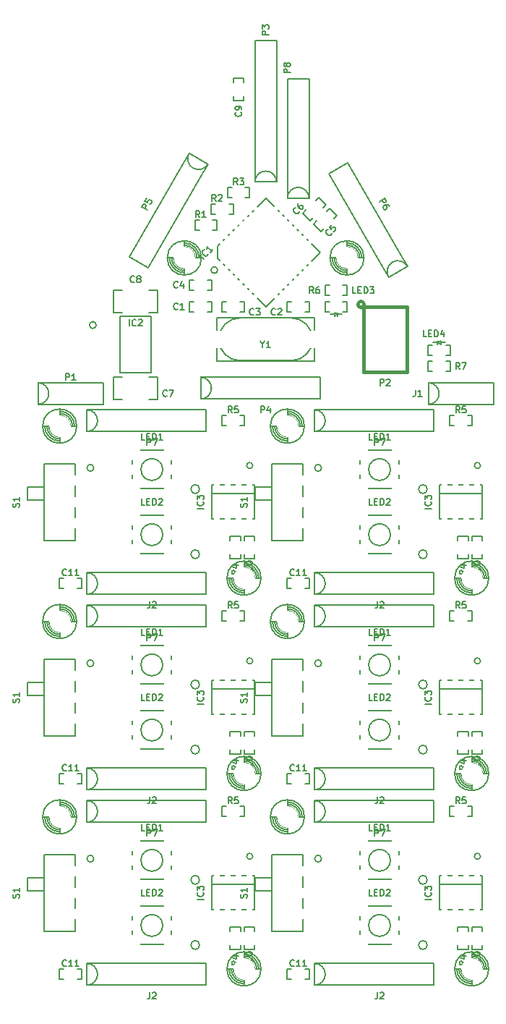
<source format=gto>
%FSLAX34Y34*%
G04 Gerber Fmt 3.4, Leading zero omitted, Abs format*
G04 (created by PCBNEW (2014-02-03 BZR 4657)-product) date Wed 05 Mar 2014 09:35:53 PM CST*
%MOIN*%
G01*
G70*
G90*
G04 APERTURE LIST*
%ADD10C,0.006000*%
%ADD11C,0.008000*%
%ADD12C,0.005000*%
%ADD13C,0.007874*%
%ADD14C,0.015000*%
%ADD15C,0.098425*%
%ADD16R,0.029622X0.067024*%
%ADD17C,0.035433*%
%ADD18R,0.098425X0.047244*%
%ADD19R,0.027559X0.027559*%
%ADD20R,0.070866X0.070866*%
%ADD21C,0.070866*%
%ADD22R,0.106300X0.066900*%
%ADD23R,0.106300X0.051200*%
%ADD24R,0.062992X0.070866*%
%ADD25R,0.086614X0.047244*%
%ADD26R,0.086614X0.137795*%
%ADD27R,0.066929X0.066929*%
%ADD28C,0.066929*%
%ADD29R,0.220472X0.082677*%
G04 APERTURE END LIST*
G54D10*
G54D11*
X29507Y-50000D02*
G75*
G03X30000Y-50492I492J0D01*
G74*
G01*
X30492Y-50000D02*
G75*
G03X30000Y-49507I-492J0D01*
G74*
G01*
X29409Y-50000D02*
G75*
G03X30000Y-50590I590J0D01*
G74*
G01*
X29311Y-50000D02*
G75*
G03X30000Y-50688I688J0D01*
G74*
G01*
X30590Y-50000D02*
G75*
G03X30000Y-49409I-590J0D01*
G74*
G01*
X30688Y-50000D02*
G75*
G03X30000Y-49311I-688J0D01*
G74*
G01*
X30000Y-50000D02*
X30000Y-50787D01*
X30000Y-50000D02*
X29212Y-50000D01*
X30000Y-49212D02*
X30000Y-50000D01*
X30000Y-50000D02*
X30787Y-50000D01*
X30787Y-50000D02*
G75*
G03X30787Y-50000I-787J0D01*
G74*
G01*
X38007Y-57000D02*
G75*
G03X38500Y-57492I492J0D01*
G74*
G01*
X38992Y-57000D02*
G75*
G03X38500Y-56507I-492J0D01*
G74*
G01*
X37909Y-57000D02*
G75*
G03X38500Y-57590I590J0D01*
G74*
G01*
X37811Y-57000D02*
G75*
G03X38500Y-57688I688J0D01*
G74*
G01*
X39090Y-57000D02*
G75*
G03X38500Y-56409I-590J0D01*
G74*
G01*
X39188Y-57000D02*
G75*
G03X38500Y-56311I-688J0D01*
G74*
G01*
X38500Y-57000D02*
X38500Y-57787D01*
X38500Y-57000D02*
X37712Y-57000D01*
X38500Y-56212D02*
X38500Y-57000D01*
X38500Y-57000D02*
X39287Y-57000D01*
X39287Y-57000D02*
G75*
G03X39287Y-57000I-787J0D01*
G74*
G01*
X38984Y-53106D02*
X37015Y-53106D01*
X38984Y-52712D02*
X37015Y-52712D01*
X37015Y-52712D02*
X37015Y-54287D01*
X37015Y-54287D02*
X38984Y-54287D01*
X38984Y-54287D02*
X38984Y-52712D01*
X38904Y-51815D02*
G75*
G03X38904Y-51815I-139J0D01*
G74*
G01*
X31574Y-51925D02*
G75*
G03X31574Y-51925I-157J0D01*
G74*
G01*
X28503Y-53106D02*
X28503Y-52791D01*
X28503Y-52791D02*
X29291Y-52791D01*
X28503Y-53106D02*
X28503Y-53421D01*
X28503Y-53421D02*
X29291Y-53421D01*
X29291Y-55271D02*
X29291Y-51728D01*
X29291Y-51728D02*
X30708Y-51728D01*
X30708Y-51728D02*
X30708Y-55271D01*
X30708Y-55271D02*
X29291Y-55271D01*
X38511Y-49513D02*
X38511Y-49986D01*
X38511Y-49986D02*
X38314Y-49986D01*
X38511Y-49513D02*
X38314Y-49513D01*
X37488Y-49986D02*
X37488Y-49513D01*
X37488Y-49513D02*
X37685Y-49513D01*
X37488Y-49986D02*
X37685Y-49986D01*
X37863Y-55088D02*
X38336Y-55088D01*
X38336Y-55088D02*
X38336Y-55285D01*
X37863Y-55088D02*
X37863Y-55285D01*
X38336Y-56111D02*
X37863Y-56111D01*
X37863Y-56111D02*
X37863Y-55914D01*
X38336Y-56111D02*
X38336Y-55914D01*
X31750Y-50250D02*
X31250Y-50250D01*
X31750Y-49250D02*
X31250Y-49250D01*
X31750Y-49250D02*
X36750Y-49250D01*
X36750Y-49250D02*
X36750Y-50250D01*
X36750Y-50250D02*
X31750Y-50250D01*
X31750Y-49750D02*
G75*
G03X31250Y-49250I-500J0D01*
G74*
G01*
X31250Y-50250D02*
G75*
G03X31750Y-49750I0J500D01*
G74*
G01*
X31250Y-49250D02*
X31250Y-50250D01*
X34750Y-55000D02*
G75*
G03X34750Y-55000I-500J0D01*
G74*
G01*
X36450Y-55900D02*
G75*
G03X36450Y-55900I-200J0D01*
G74*
G01*
X35136Y-55886D02*
X33364Y-55886D01*
X33364Y-55886D02*
X33364Y-54114D01*
X33364Y-54114D02*
X35136Y-54114D01*
X35136Y-54114D02*
X35136Y-55886D01*
X34750Y-52000D02*
G75*
G03X34750Y-52000I-500J0D01*
G74*
G01*
X36450Y-52900D02*
G75*
G03X36450Y-52900I-200J0D01*
G74*
G01*
X35136Y-52886D02*
X33364Y-52886D01*
X33364Y-52886D02*
X33364Y-51114D01*
X33364Y-51114D02*
X35136Y-51114D01*
X35136Y-51114D02*
X35136Y-52886D01*
X31750Y-57750D02*
X31250Y-57750D01*
X31750Y-56750D02*
X31250Y-56750D01*
X31750Y-56750D02*
X36750Y-56750D01*
X36750Y-56750D02*
X36750Y-57750D01*
X36750Y-57750D02*
X31750Y-57750D01*
X31750Y-57250D02*
G75*
G03X31250Y-56750I-500J0D01*
G74*
G01*
X31250Y-57750D02*
G75*
G03X31750Y-57250I0J500D01*
G74*
G01*
X31250Y-56750D02*
X31250Y-57750D01*
X31011Y-57013D02*
X31011Y-57486D01*
X31011Y-57486D02*
X30814Y-57486D01*
X31011Y-57013D02*
X30814Y-57013D01*
X29988Y-57486D02*
X29988Y-57013D01*
X29988Y-57013D02*
X30185Y-57013D01*
X29988Y-57486D02*
X30185Y-57486D01*
X38986Y-56111D02*
X38513Y-56111D01*
X38513Y-56111D02*
X38513Y-55914D01*
X38986Y-56111D02*
X38986Y-55914D01*
X38513Y-55088D02*
X38986Y-55088D01*
X38986Y-55088D02*
X38986Y-55285D01*
X38513Y-55088D02*
X38513Y-55285D01*
X49486Y-56111D02*
X49013Y-56111D01*
X49013Y-56111D02*
X49013Y-55914D01*
X49486Y-56111D02*
X49486Y-55914D01*
X49013Y-55088D02*
X49486Y-55088D01*
X49486Y-55088D02*
X49486Y-55285D01*
X49013Y-55088D02*
X49013Y-55285D01*
X41511Y-57013D02*
X41511Y-57486D01*
X41511Y-57486D02*
X41314Y-57486D01*
X41511Y-57013D02*
X41314Y-57013D01*
X40488Y-57486D02*
X40488Y-57013D01*
X40488Y-57013D02*
X40685Y-57013D01*
X40488Y-57486D02*
X40685Y-57486D01*
X42250Y-57750D02*
X41750Y-57750D01*
X42250Y-56750D02*
X41750Y-56750D01*
X42250Y-56750D02*
X47250Y-56750D01*
X47250Y-56750D02*
X47250Y-57750D01*
X47250Y-57750D02*
X42250Y-57750D01*
X42250Y-57250D02*
G75*
G03X41750Y-56750I-500J0D01*
G74*
G01*
X41750Y-57750D02*
G75*
G03X42250Y-57250I0J500D01*
G74*
G01*
X41750Y-56750D02*
X41750Y-57750D01*
X45250Y-52000D02*
G75*
G03X45250Y-52000I-500J0D01*
G74*
G01*
X46950Y-52900D02*
G75*
G03X46950Y-52900I-200J0D01*
G74*
G01*
X45636Y-52886D02*
X43864Y-52886D01*
X43864Y-52886D02*
X43864Y-51114D01*
X43864Y-51114D02*
X45636Y-51114D01*
X45636Y-51114D02*
X45636Y-52886D01*
X45250Y-55000D02*
G75*
G03X45250Y-55000I-500J0D01*
G74*
G01*
X46950Y-55900D02*
G75*
G03X46950Y-55900I-200J0D01*
G74*
G01*
X45636Y-55886D02*
X43864Y-55886D01*
X43864Y-55886D02*
X43864Y-54114D01*
X43864Y-54114D02*
X45636Y-54114D01*
X45636Y-54114D02*
X45636Y-55886D01*
X42250Y-50250D02*
X41750Y-50250D01*
X42250Y-49250D02*
X41750Y-49250D01*
X42250Y-49250D02*
X47250Y-49250D01*
X47250Y-49250D02*
X47250Y-50250D01*
X47250Y-50250D02*
X42250Y-50250D01*
X42250Y-49750D02*
G75*
G03X41750Y-49250I-500J0D01*
G74*
G01*
X41750Y-50250D02*
G75*
G03X42250Y-49750I0J500D01*
G74*
G01*
X41750Y-49250D02*
X41750Y-50250D01*
X48363Y-55088D02*
X48836Y-55088D01*
X48836Y-55088D02*
X48836Y-55285D01*
X48363Y-55088D02*
X48363Y-55285D01*
X48836Y-56111D02*
X48363Y-56111D01*
X48363Y-56111D02*
X48363Y-55914D01*
X48836Y-56111D02*
X48836Y-55914D01*
X49011Y-49513D02*
X49011Y-49986D01*
X49011Y-49986D02*
X48814Y-49986D01*
X49011Y-49513D02*
X48814Y-49513D01*
X47988Y-49986D02*
X47988Y-49513D01*
X47988Y-49513D02*
X48185Y-49513D01*
X47988Y-49986D02*
X48185Y-49986D01*
X42074Y-51925D02*
G75*
G03X42074Y-51925I-157J0D01*
G74*
G01*
X39003Y-53106D02*
X39003Y-52791D01*
X39003Y-52791D02*
X39791Y-52791D01*
X39003Y-53106D02*
X39003Y-53421D01*
X39003Y-53421D02*
X39791Y-53421D01*
X39791Y-55271D02*
X39791Y-51728D01*
X39791Y-51728D02*
X41208Y-51728D01*
X41208Y-51728D02*
X41208Y-55271D01*
X41208Y-55271D02*
X39791Y-55271D01*
X49484Y-53106D02*
X47515Y-53106D01*
X49484Y-52712D02*
X47515Y-52712D01*
X47515Y-52712D02*
X47515Y-54287D01*
X47515Y-54287D02*
X49484Y-54287D01*
X49484Y-54287D02*
X49484Y-52712D01*
X49404Y-51815D02*
G75*
G03X49404Y-51815I-139J0D01*
G74*
G01*
X48507Y-57000D02*
G75*
G03X49000Y-57492I492J0D01*
G74*
G01*
X49492Y-57000D02*
G75*
G03X49000Y-56507I-492J0D01*
G74*
G01*
X48409Y-57000D02*
G75*
G03X49000Y-57590I590J0D01*
G74*
G01*
X48311Y-57000D02*
G75*
G03X49000Y-57688I688J0D01*
G74*
G01*
X49590Y-57000D02*
G75*
G03X49000Y-56409I-590J0D01*
G74*
G01*
X49688Y-57000D02*
G75*
G03X49000Y-56311I-688J0D01*
G74*
G01*
X49000Y-57000D02*
X49000Y-57787D01*
X49000Y-57000D02*
X48212Y-57000D01*
X49000Y-56212D02*
X49000Y-57000D01*
X49000Y-57000D02*
X49787Y-57000D01*
X49787Y-57000D02*
G75*
G03X49787Y-57000I-787J0D01*
G74*
G01*
X40007Y-50000D02*
G75*
G03X40500Y-50492I492J0D01*
G74*
G01*
X40992Y-50000D02*
G75*
G03X40500Y-49507I-492J0D01*
G74*
G01*
X39909Y-50000D02*
G75*
G03X40500Y-50590I590J0D01*
G74*
G01*
X39811Y-50000D02*
G75*
G03X40500Y-50688I688J0D01*
G74*
G01*
X41090Y-50000D02*
G75*
G03X40500Y-49409I-590J0D01*
G74*
G01*
X41188Y-50000D02*
G75*
G03X40500Y-49311I-688J0D01*
G74*
G01*
X40500Y-50000D02*
X40500Y-50787D01*
X40500Y-50000D02*
X39712Y-50000D01*
X40500Y-49212D02*
X40500Y-50000D01*
X40500Y-50000D02*
X41287Y-50000D01*
X41287Y-50000D02*
G75*
G03X41287Y-50000I-787J0D01*
G74*
G01*
X29507Y-59000D02*
G75*
G03X30000Y-59492I492J0D01*
G74*
G01*
X30492Y-59000D02*
G75*
G03X30000Y-58507I-492J0D01*
G74*
G01*
X29409Y-59000D02*
G75*
G03X30000Y-59590I590J0D01*
G74*
G01*
X29311Y-59000D02*
G75*
G03X30000Y-59688I688J0D01*
G74*
G01*
X30590Y-59000D02*
G75*
G03X30000Y-58409I-590J0D01*
G74*
G01*
X30688Y-59000D02*
G75*
G03X30000Y-58311I-688J0D01*
G74*
G01*
X30000Y-59000D02*
X30000Y-59787D01*
X30000Y-59000D02*
X29212Y-59000D01*
X30000Y-58212D02*
X30000Y-59000D01*
X30000Y-59000D02*
X30787Y-59000D01*
X30787Y-59000D02*
G75*
G03X30787Y-59000I-787J0D01*
G74*
G01*
X38007Y-66000D02*
G75*
G03X38500Y-66492I492J0D01*
G74*
G01*
X38992Y-66000D02*
G75*
G03X38500Y-65507I-492J0D01*
G74*
G01*
X37909Y-66000D02*
G75*
G03X38500Y-66590I590J0D01*
G74*
G01*
X37811Y-66000D02*
G75*
G03X38500Y-66688I688J0D01*
G74*
G01*
X39090Y-66000D02*
G75*
G03X38500Y-65409I-590J0D01*
G74*
G01*
X39188Y-66000D02*
G75*
G03X38500Y-65311I-688J0D01*
G74*
G01*
X38500Y-66000D02*
X38500Y-66787D01*
X38500Y-66000D02*
X37712Y-66000D01*
X38500Y-65212D02*
X38500Y-66000D01*
X38500Y-66000D02*
X39287Y-66000D01*
X39287Y-66000D02*
G75*
G03X39287Y-66000I-787J0D01*
G74*
G01*
X38984Y-62106D02*
X37015Y-62106D01*
X38984Y-61712D02*
X37015Y-61712D01*
X37015Y-61712D02*
X37015Y-63287D01*
X37015Y-63287D02*
X38984Y-63287D01*
X38984Y-63287D02*
X38984Y-61712D01*
X38904Y-60815D02*
G75*
G03X38904Y-60815I-139J0D01*
G74*
G01*
X31574Y-60925D02*
G75*
G03X31574Y-60925I-157J0D01*
G74*
G01*
X28503Y-62106D02*
X28503Y-61791D01*
X28503Y-61791D02*
X29291Y-61791D01*
X28503Y-62106D02*
X28503Y-62421D01*
X28503Y-62421D02*
X29291Y-62421D01*
X29291Y-64271D02*
X29291Y-60728D01*
X29291Y-60728D02*
X30708Y-60728D01*
X30708Y-60728D02*
X30708Y-64271D01*
X30708Y-64271D02*
X29291Y-64271D01*
X38511Y-58513D02*
X38511Y-58986D01*
X38511Y-58986D02*
X38314Y-58986D01*
X38511Y-58513D02*
X38314Y-58513D01*
X37488Y-58986D02*
X37488Y-58513D01*
X37488Y-58513D02*
X37685Y-58513D01*
X37488Y-58986D02*
X37685Y-58986D01*
X37863Y-64088D02*
X38336Y-64088D01*
X38336Y-64088D02*
X38336Y-64285D01*
X37863Y-64088D02*
X37863Y-64285D01*
X38336Y-65111D02*
X37863Y-65111D01*
X37863Y-65111D02*
X37863Y-64914D01*
X38336Y-65111D02*
X38336Y-64914D01*
X31750Y-59250D02*
X31250Y-59250D01*
X31750Y-58250D02*
X31250Y-58250D01*
X31750Y-58250D02*
X36750Y-58250D01*
X36750Y-58250D02*
X36750Y-59250D01*
X36750Y-59250D02*
X31750Y-59250D01*
X31750Y-58750D02*
G75*
G03X31250Y-58250I-500J0D01*
G74*
G01*
X31250Y-59250D02*
G75*
G03X31750Y-58750I0J500D01*
G74*
G01*
X31250Y-58250D02*
X31250Y-59250D01*
X34750Y-64000D02*
G75*
G03X34750Y-64000I-500J0D01*
G74*
G01*
X36450Y-64900D02*
G75*
G03X36450Y-64900I-200J0D01*
G74*
G01*
X35136Y-64886D02*
X33364Y-64886D01*
X33364Y-64886D02*
X33364Y-63114D01*
X33364Y-63114D02*
X35136Y-63114D01*
X35136Y-63114D02*
X35136Y-64886D01*
X34750Y-61000D02*
G75*
G03X34750Y-61000I-500J0D01*
G74*
G01*
X36450Y-61900D02*
G75*
G03X36450Y-61900I-200J0D01*
G74*
G01*
X35136Y-61886D02*
X33364Y-61886D01*
X33364Y-61886D02*
X33364Y-60114D01*
X33364Y-60114D02*
X35136Y-60114D01*
X35136Y-60114D02*
X35136Y-61886D01*
X31750Y-66750D02*
X31250Y-66750D01*
X31750Y-65750D02*
X31250Y-65750D01*
X31750Y-65750D02*
X36750Y-65750D01*
X36750Y-65750D02*
X36750Y-66750D01*
X36750Y-66750D02*
X31750Y-66750D01*
X31750Y-66250D02*
G75*
G03X31250Y-65750I-500J0D01*
G74*
G01*
X31250Y-66750D02*
G75*
G03X31750Y-66250I0J500D01*
G74*
G01*
X31250Y-65750D02*
X31250Y-66750D01*
X31011Y-66013D02*
X31011Y-66486D01*
X31011Y-66486D02*
X30814Y-66486D01*
X31011Y-66013D02*
X30814Y-66013D01*
X29988Y-66486D02*
X29988Y-66013D01*
X29988Y-66013D02*
X30185Y-66013D01*
X29988Y-66486D02*
X30185Y-66486D01*
X38986Y-65111D02*
X38513Y-65111D01*
X38513Y-65111D02*
X38513Y-64914D01*
X38986Y-65111D02*
X38986Y-64914D01*
X38513Y-64088D02*
X38986Y-64088D01*
X38986Y-64088D02*
X38986Y-64285D01*
X38513Y-64088D02*
X38513Y-64285D01*
X49486Y-65111D02*
X49013Y-65111D01*
X49013Y-65111D02*
X49013Y-64914D01*
X49486Y-65111D02*
X49486Y-64914D01*
X49013Y-64088D02*
X49486Y-64088D01*
X49486Y-64088D02*
X49486Y-64285D01*
X49013Y-64088D02*
X49013Y-64285D01*
X41511Y-66013D02*
X41511Y-66486D01*
X41511Y-66486D02*
X41314Y-66486D01*
X41511Y-66013D02*
X41314Y-66013D01*
X40488Y-66486D02*
X40488Y-66013D01*
X40488Y-66013D02*
X40685Y-66013D01*
X40488Y-66486D02*
X40685Y-66486D01*
X42250Y-66750D02*
X41750Y-66750D01*
X42250Y-65750D02*
X41750Y-65750D01*
X42250Y-65750D02*
X47250Y-65750D01*
X47250Y-65750D02*
X47250Y-66750D01*
X47250Y-66750D02*
X42250Y-66750D01*
X42250Y-66250D02*
G75*
G03X41750Y-65750I-500J0D01*
G74*
G01*
X41750Y-66750D02*
G75*
G03X42250Y-66250I0J500D01*
G74*
G01*
X41750Y-65750D02*
X41750Y-66750D01*
X45250Y-61000D02*
G75*
G03X45250Y-61000I-500J0D01*
G74*
G01*
X46950Y-61900D02*
G75*
G03X46950Y-61900I-200J0D01*
G74*
G01*
X45636Y-61886D02*
X43864Y-61886D01*
X43864Y-61886D02*
X43864Y-60114D01*
X43864Y-60114D02*
X45636Y-60114D01*
X45636Y-60114D02*
X45636Y-61886D01*
X45250Y-64000D02*
G75*
G03X45250Y-64000I-500J0D01*
G74*
G01*
X46950Y-64900D02*
G75*
G03X46950Y-64900I-200J0D01*
G74*
G01*
X45636Y-64886D02*
X43864Y-64886D01*
X43864Y-64886D02*
X43864Y-63114D01*
X43864Y-63114D02*
X45636Y-63114D01*
X45636Y-63114D02*
X45636Y-64886D01*
X42250Y-59250D02*
X41750Y-59250D01*
X42250Y-58250D02*
X41750Y-58250D01*
X42250Y-58250D02*
X47250Y-58250D01*
X47250Y-58250D02*
X47250Y-59250D01*
X47250Y-59250D02*
X42250Y-59250D01*
X42250Y-58750D02*
G75*
G03X41750Y-58250I-500J0D01*
G74*
G01*
X41750Y-59250D02*
G75*
G03X42250Y-58750I0J500D01*
G74*
G01*
X41750Y-58250D02*
X41750Y-59250D01*
X48363Y-64088D02*
X48836Y-64088D01*
X48836Y-64088D02*
X48836Y-64285D01*
X48363Y-64088D02*
X48363Y-64285D01*
X48836Y-65111D02*
X48363Y-65111D01*
X48363Y-65111D02*
X48363Y-64914D01*
X48836Y-65111D02*
X48836Y-64914D01*
X49011Y-58513D02*
X49011Y-58986D01*
X49011Y-58986D02*
X48814Y-58986D01*
X49011Y-58513D02*
X48814Y-58513D01*
X47988Y-58986D02*
X47988Y-58513D01*
X47988Y-58513D02*
X48185Y-58513D01*
X47988Y-58986D02*
X48185Y-58986D01*
X42074Y-60925D02*
G75*
G03X42074Y-60925I-157J0D01*
G74*
G01*
X39003Y-62106D02*
X39003Y-61791D01*
X39003Y-61791D02*
X39791Y-61791D01*
X39003Y-62106D02*
X39003Y-62421D01*
X39003Y-62421D02*
X39791Y-62421D01*
X39791Y-64271D02*
X39791Y-60728D01*
X39791Y-60728D02*
X41208Y-60728D01*
X41208Y-60728D02*
X41208Y-64271D01*
X41208Y-64271D02*
X39791Y-64271D01*
X49484Y-62106D02*
X47515Y-62106D01*
X49484Y-61712D02*
X47515Y-61712D01*
X47515Y-61712D02*
X47515Y-63287D01*
X47515Y-63287D02*
X49484Y-63287D01*
X49484Y-63287D02*
X49484Y-61712D01*
X49404Y-60815D02*
G75*
G03X49404Y-60815I-139J0D01*
G74*
G01*
X48507Y-66000D02*
G75*
G03X49000Y-66492I492J0D01*
G74*
G01*
X49492Y-66000D02*
G75*
G03X49000Y-65507I-492J0D01*
G74*
G01*
X48409Y-66000D02*
G75*
G03X49000Y-66590I590J0D01*
G74*
G01*
X48311Y-66000D02*
G75*
G03X49000Y-66688I688J0D01*
G74*
G01*
X49590Y-66000D02*
G75*
G03X49000Y-65409I-590J0D01*
G74*
G01*
X49688Y-66000D02*
G75*
G03X49000Y-65311I-688J0D01*
G74*
G01*
X49000Y-66000D02*
X49000Y-66787D01*
X49000Y-66000D02*
X48212Y-66000D01*
X49000Y-65212D02*
X49000Y-66000D01*
X49000Y-66000D02*
X49787Y-66000D01*
X49787Y-66000D02*
G75*
G03X49787Y-66000I-787J0D01*
G74*
G01*
X40007Y-59000D02*
G75*
G03X40500Y-59492I492J0D01*
G74*
G01*
X40992Y-59000D02*
G75*
G03X40500Y-58507I-492J0D01*
G74*
G01*
X39909Y-59000D02*
G75*
G03X40500Y-59590I590J0D01*
G74*
G01*
X39811Y-59000D02*
G75*
G03X40500Y-59688I688J0D01*
G74*
G01*
X41090Y-59000D02*
G75*
G03X40500Y-58409I-590J0D01*
G74*
G01*
X41188Y-59000D02*
G75*
G03X40500Y-58311I-688J0D01*
G74*
G01*
X40500Y-59000D02*
X40500Y-59787D01*
X40500Y-59000D02*
X39712Y-59000D01*
X40500Y-58212D02*
X40500Y-59000D01*
X40500Y-59000D02*
X41287Y-59000D01*
X41287Y-59000D02*
G75*
G03X41287Y-59000I-787J0D01*
G74*
G01*
X40007Y-41000D02*
G75*
G03X40500Y-41492I492J0D01*
G74*
G01*
X40992Y-41000D02*
G75*
G03X40500Y-40507I-492J0D01*
G74*
G01*
X39909Y-41000D02*
G75*
G03X40500Y-41590I590J0D01*
G74*
G01*
X39811Y-41000D02*
G75*
G03X40500Y-41688I688J0D01*
G74*
G01*
X41090Y-41000D02*
G75*
G03X40500Y-40409I-590J0D01*
G74*
G01*
X41188Y-41000D02*
G75*
G03X40500Y-40311I-688J0D01*
G74*
G01*
X40500Y-41000D02*
X40500Y-41787D01*
X40500Y-41000D02*
X39712Y-41000D01*
X40500Y-40212D02*
X40500Y-41000D01*
X40500Y-41000D02*
X41287Y-41000D01*
X41287Y-41000D02*
G75*
G03X41287Y-41000I-787J0D01*
G74*
G01*
X48507Y-48000D02*
G75*
G03X49000Y-48492I492J0D01*
G74*
G01*
X49492Y-48000D02*
G75*
G03X49000Y-47507I-492J0D01*
G74*
G01*
X48409Y-48000D02*
G75*
G03X49000Y-48590I590J0D01*
G74*
G01*
X48311Y-48000D02*
G75*
G03X49000Y-48688I688J0D01*
G74*
G01*
X49590Y-48000D02*
G75*
G03X49000Y-47409I-590J0D01*
G74*
G01*
X49688Y-48000D02*
G75*
G03X49000Y-47311I-688J0D01*
G74*
G01*
X49000Y-48000D02*
X49000Y-48787D01*
X49000Y-48000D02*
X48212Y-48000D01*
X49000Y-47212D02*
X49000Y-48000D01*
X49000Y-48000D02*
X49787Y-48000D01*
X49787Y-48000D02*
G75*
G03X49787Y-48000I-787J0D01*
G74*
G01*
X49484Y-44106D02*
X47515Y-44106D01*
X49484Y-43712D02*
X47515Y-43712D01*
X47515Y-43712D02*
X47515Y-45287D01*
X47515Y-45287D02*
X49484Y-45287D01*
X49484Y-45287D02*
X49484Y-43712D01*
X49404Y-42815D02*
G75*
G03X49404Y-42815I-139J0D01*
G74*
G01*
X42074Y-42925D02*
G75*
G03X42074Y-42925I-157J0D01*
G74*
G01*
X39003Y-44106D02*
X39003Y-43791D01*
X39003Y-43791D02*
X39791Y-43791D01*
X39003Y-44106D02*
X39003Y-44421D01*
X39003Y-44421D02*
X39791Y-44421D01*
X39791Y-46271D02*
X39791Y-42728D01*
X39791Y-42728D02*
X41208Y-42728D01*
X41208Y-42728D02*
X41208Y-46271D01*
X41208Y-46271D02*
X39791Y-46271D01*
X49011Y-40513D02*
X49011Y-40986D01*
X49011Y-40986D02*
X48814Y-40986D01*
X49011Y-40513D02*
X48814Y-40513D01*
X47988Y-40986D02*
X47988Y-40513D01*
X47988Y-40513D02*
X48185Y-40513D01*
X47988Y-40986D02*
X48185Y-40986D01*
X48363Y-46088D02*
X48836Y-46088D01*
X48836Y-46088D02*
X48836Y-46285D01*
X48363Y-46088D02*
X48363Y-46285D01*
X48836Y-47111D02*
X48363Y-47111D01*
X48363Y-47111D02*
X48363Y-46914D01*
X48836Y-47111D02*
X48836Y-46914D01*
X42250Y-41250D02*
X41750Y-41250D01*
X42250Y-40250D02*
X41750Y-40250D01*
X42250Y-40250D02*
X47250Y-40250D01*
X47250Y-40250D02*
X47250Y-41250D01*
X47250Y-41250D02*
X42250Y-41250D01*
X42250Y-40750D02*
G75*
G03X41750Y-40250I-500J0D01*
G74*
G01*
X41750Y-41250D02*
G75*
G03X42250Y-40750I0J500D01*
G74*
G01*
X41750Y-40250D02*
X41750Y-41250D01*
X45250Y-46000D02*
G75*
G03X45250Y-46000I-500J0D01*
G74*
G01*
X46950Y-46900D02*
G75*
G03X46950Y-46900I-200J0D01*
G74*
G01*
X45636Y-46886D02*
X43864Y-46886D01*
X43864Y-46886D02*
X43864Y-45114D01*
X43864Y-45114D02*
X45636Y-45114D01*
X45636Y-45114D02*
X45636Y-46886D01*
X45250Y-43000D02*
G75*
G03X45250Y-43000I-500J0D01*
G74*
G01*
X46950Y-43900D02*
G75*
G03X46950Y-43900I-200J0D01*
G74*
G01*
X45636Y-43886D02*
X43864Y-43886D01*
X43864Y-43886D02*
X43864Y-42114D01*
X43864Y-42114D02*
X45636Y-42114D01*
X45636Y-42114D02*
X45636Y-43886D01*
X42250Y-48750D02*
X41750Y-48750D01*
X42250Y-47750D02*
X41750Y-47750D01*
X42250Y-47750D02*
X47250Y-47750D01*
X47250Y-47750D02*
X47250Y-48750D01*
X47250Y-48750D02*
X42250Y-48750D01*
X42250Y-48250D02*
G75*
G03X41750Y-47750I-500J0D01*
G74*
G01*
X41750Y-48750D02*
G75*
G03X42250Y-48250I0J500D01*
G74*
G01*
X41750Y-47750D02*
X41750Y-48750D01*
X41511Y-48013D02*
X41511Y-48486D01*
X41511Y-48486D02*
X41314Y-48486D01*
X41511Y-48013D02*
X41314Y-48013D01*
X40488Y-48486D02*
X40488Y-48013D01*
X40488Y-48013D02*
X40685Y-48013D01*
X40488Y-48486D02*
X40685Y-48486D01*
X49486Y-47111D02*
X49013Y-47111D01*
X49013Y-47111D02*
X49013Y-46914D01*
X49486Y-47111D02*
X49486Y-46914D01*
X49013Y-46088D02*
X49486Y-46088D01*
X49486Y-46088D02*
X49486Y-46285D01*
X49013Y-46088D02*
X49013Y-46285D01*
X37011Y-35263D02*
X37011Y-35736D01*
X37011Y-35736D02*
X36814Y-35736D01*
X37011Y-35263D02*
X36814Y-35263D01*
X35988Y-35736D02*
X35988Y-35263D01*
X35988Y-35263D02*
X36185Y-35263D01*
X35988Y-35736D02*
X36185Y-35736D01*
X41511Y-35263D02*
X41511Y-35736D01*
X41511Y-35736D02*
X41314Y-35736D01*
X41511Y-35263D02*
X41314Y-35263D01*
X40488Y-35736D02*
X40488Y-35263D01*
X40488Y-35263D02*
X40685Y-35263D01*
X40488Y-35736D02*
X40685Y-35736D01*
X37488Y-35736D02*
X37488Y-35263D01*
X37488Y-35263D02*
X37685Y-35263D01*
X37488Y-35736D02*
X37685Y-35736D01*
X38511Y-35263D02*
X38511Y-35736D01*
X38511Y-35736D02*
X38314Y-35736D01*
X38511Y-35263D02*
X38314Y-35263D01*
X37011Y-34263D02*
X37011Y-34736D01*
X37011Y-34736D02*
X36814Y-34736D01*
X37011Y-34263D02*
X36814Y-34263D01*
X35988Y-34736D02*
X35988Y-34263D01*
X35988Y-34263D02*
X36185Y-34263D01*
X35988Y-34736D02*
X36185Y-34736D01*
X42055Y-32028D02*
X41721Y-31694D01*
X41721Y-31694D02*
X41860Y-31555D01*
X42055Y-32028D02*
X42194Y-31889D01*
X42444Y-30971D02*
X42778Y-31305D01*
X42778Y-31305D02*
X42639Y-31444D01*
X42444Y-30971D02*
X42305Y-31110D01*
X41944Y-30471D02*
X42278Y-30805D01*
X42278Y-30805D02*
X42139Y-30944D01*
X41944Y-30471D02*
X41805Y-30610D01*
X41555Y-31528D02*
X41221Y-31194D01*
X41221Y-31194D02*
X41360Y-31055D01*
X41555Y-31528D02*
X41694Y-31389D01*
X34523Y-38738D02*
X34523Y-39761D01*
X34523Y-39761D02*
X34129Y-39761D01*
X34523Y-38738D02*
X34129Y-38738D01*
X32476Y-39761D02*
X32476Y-38738D01*
X32476Y-38738D02*
X32870Y-38738D01*
X32476Y-39761D02*
X32870Y-39761D01*
X34523Y-34738D02*
X34523Y-35761D01*
X34523Y-35761D02*
X34129Y-35761D01*
X34523Y-34738D02*
X34129Y-34738D01*
X32476Y-35761D02*
X32476Y-34738D01*
X32476Y-34738D02*
X32870Y-34738D01*
X32476Y-35761D02*
X32870Y-35761D01*
X38486Y-26011D02*
X38013Y-26011D01*
X38013Y-26011D02*
X38013Y-25814D01*
X38486Y-26011D02*
X38486Y-25814D01*
X38013Y-24988D02*
X38486Y-24988D01*
X38486Y-24988D02*
X38486Y-25185D01*
X38013Y-24988D02*
X38013Y-25185D01*
X38986Y-47111D02*
X38513Y-47111D01*
X38513Y-47111D02*
X38513Y-46914D01*
X38986Y-47111D02*
X38986Y-46914D01*
X38513Y-46088D02*
X38986Y-46088D01*
X38986Y-46088D02*
X38986Y-46285D01*
X38513Y-46088D02*
X38513Y-46285D01*
X31011Y-48013D02*
X31011Y-48486D01*
X31011Y-48486D02*
X30814Y-48486D01*
X31011Y-48013D02*
X30814Y-48013D01*
X29988Y-48486D02*
X29988Y-48013D01*
X29988Y-48013D02*
X30185Y-48013D01*
X29988Y-48486D02*
X30185Y-48486D01*
X37281Y-33813D02*
G75*
G03X37281Y-33813I-150J0D01*
G74*
G01*
X37272Y-33278D02*
X37272Y-32721D01*
X37272Y-32721D02*
X39500Y-30494D01*
X39500Y-30494D02*
X42005Y-33000D01*
X42005Y-33000D02*
X39500Y-35505D01*
X39500Y-35505D02*
X37272Y-33278D01*
X31688Y-36344D02*
G75*
G03X31688Y-36344I-157J0D01*
G74*
G01*
X32791Y-35950D02*
X34208Y-35950D01*
X34208Y-35950D02*
X34208Y-38549D01*
X34208Y-38549D02*
X32791Y-38549D01*
X32791Y-38549D02*
X32791Y-35950D01*
X47000Y-40000D02*
X50000Y-40000D01*
X50000Y-39000D02*
X47000Y-39000D01*
X50000Y-39000D02*
X50000Y-40000D01*
X47500Y-39500D02*
G75*
G03X47000Y-39000I-500J0D01*
G74*
G01*
X47000Y-40000D02*
G75*
G03X47500Y-39500I0J500D01*
G74*
G01*
X47000Y-39000D02*
X47000Y-40000D01*
X31750Y-48750D02*
X31250Y-48750D01*
X31750Y-47750D02*
X31250Y-47750D01*
X31750Y-47750D02*
X36750Y-47750D01*
X36750Y-47750D02*
X36750Y-48750D01*
X36750Y-48750D02*
X31750Y-48750D01*
X31750Y-48250D02*
G75*
G03X31250Y-47750I-500J0D01*
G74*
G01*
X31250Y-48750D02*
G75*
G03X31750Y-48250I0J500D01*
G74*
G01*
X31250Y-47750D02*
X31250Y-48750D01*
X34750Y-43000D02*
G75*
G03X34750Y-43000I-500J0D01*
G74*
G01*
X36450Y-43900D02*
G75*
G03X36450Y-43900I-200J0D01*
G74*
G01*
X35136Y-43886D02*
X33364Y-43886D01*
X33364Y-43886D02*
X33364Y-42114D01*
X33364Y-42114D02*
X35136Y-42114D01*
X35136Y-42114D02*
X35136Y-43886D01*
X34750Y-46000D02*
G75*
G03X34750Y-46000I-500J0D01*
G74*
G01*
X36450Y-46900D02*
G75*
G03X36450Y-46900I-200J0D01*
G74*
G01*
X35136Y-46886D02*
X33364Y-46886D01*
X33364Y-46886D02*
X33364Y-45114D01*
X33364Y-45114D02*
X35136Y-45114D01*
X35136Y-45114D02*
X35136Y-46886D01*
G54D12*
X42828Y-35854D02*
X43025Y-35854D01*
X42671Y-35854D02*
X42474Y-35854D01*
X42828Y-35854D02*
X42671Y-35933D01*
X42671Y-35933D02*
X42671Y-35775D01*
X42671Y-35775D02*
X42828Y-35854D01*
X42828Y-35775D02*
X42828Y-35933D01*
G54D13*
X43261Y-35263D02*
X43261Y-35736D01*
X43261Y-35736D02*
X43064Y-35736D01*
X43261Y-35263D02*
X43064Y-35263D01*
X42238Y-35736D02*
X42238Y-35263D01*
X42238Y-35263D02*
X42435Y-35263D01*
X42238Y-35736D02*
X42435Y-35736D01*
G54D12*
X47421Y-37145D02*
X47224Y-37145D01*
X47578Y-37145D02*
X47775Y-37145D01*
X47421Y-37145D02*
X47578Y-37066D01*
X47578Y-37066D02*
X47578Y-37224D01*
X47578Y-37224D02*
X47421Y-37145D01*
X47421Y-37224D02*
X47421Y-37066D01*
G54D13*
X46988Y-37736D02*
X46988Y-37263D01*
X46988Y-37263D02*
X47185Y-37263D01*
X46988Y-37736D02*
X47185Y-37736D01*
X48011Y-37263D02*
X48011Y-37736D01*
X48011Y-37736D02*
X47814Y-37736D01*
X48011Y-37263D02*
X47814Y-37263D01*
G54D11*
X29000Y-40000D02*
X32000Y-40000D01*
X32000Y-39000D02*
X29000Y-39000D01*
X32000Y-39000D02*
X32000Y-40000D01*
X29500Y-39500D02*
G75*
G03X29000Y-39000I-500J0D01*
G74*
G01*
X29000Y-40000D02*
G75*
G03X29500Y-39500I0J500D01*
G74*
G01*
X29000Y-39000D02*
X29000Y-40000D01*
G54D14*
X44041Y-35400D02*
G75*
G03X44041Y-35400I-141J0D01*
G74*
G01*
X46000Y-35500D02*
X44000Y-35500D01*
X44000Y-35500D02*
X44000Y-38500D01*
X44000Y-38500D02*
X46000Y-38500D01*
X46000Y-38500D02*
X46000Y-35500D01*
G54D11*
X39000Y-23250D02*
X39000Y-29750D01*
X40000Y-29750D02*
X40000Y-23250D01*
X39000Y-23250D02*
X40000Y-23250D01*
X39500Y-29250D02*
G75*
G03X39000Y-29750I0J-500D01*
G74*
G01*
X40000Y-29750D02*
G75*
G03X39500Y-29250I-500J0D01*
G74*
G01*
X39000Y-29750D02*
X40000Y-29750D01*
X37000Y-39750D02*
X36500Y-39750D01*
X37000Y-38750D02*
X36500Y-38750D01*
X37000Y-38750D02*
X42000Y-38750D01*
X42000Y-38750D02*
X42000Y-39750D01*
X42000Y-39750D02*
X37000Y-39750D01*
X37000Y-39250D02*
G75*
G03X36500Y-38750I-500J0D01*
G74*
G01*
X36500Y-39750D02*
G75*
G03X37000Y-39250I0J500D01*
G74*
G01*
X36500Y-38750D02*
X36500Y-39750D01*
X35716Y-28864D02*
X35966Y-28431D01*
X36583Y-29364D02*
X36833Y-28931D01*
X36583Y-29364D02*
X34083Y-33695D01*
X34083Y-33695D02*
X33216Y-33195D01*
X33216Y-33195D02*
X35716Y-28864D01*
X36150Y-29114D02*
G75*
G03X36833Y-28931I250J433D01*
G74*
G01*
X35966Y-28431D02*
G75*
G03X36150Y-29114I433J-250D01*
G74*
G01*
X36833Y-28931D02*
X35966Y-28431D01*
X45783Y-33195D02*
X46033Y-33628D01*
X44916Y-33695D02*
X45166Y-34128D01*
X44916Y-33695D02*
X42416Y-29364D01*
X42416Y-29364D02*
X43283Y-28864D01*
X43283Y-28864D02*
X45783Y-33195D01*
X45350Y-33445D02*
G75*
G03X45166Y-34128I250J-433D01*
G74*
G01*
X46033Y-33628D02*
G75*
G03X45350Y-33445I-433J-250D01*
G74*
G01*
X45166Y-34128D02*
X46033Y-33628D01*
X31750Y-41250D02*
X31250Y-41250D01*
X31750Y-40250D02*
X31250Y-40250D01*
X31750Y-40250D02*
X36750Y-40250D01*
X36750Y-40250D02*
X36750Y-41250D01*
X36750Y-41250D02*
X31750Y-41250D01*
X31750Y-40750D02*
G75*
G03X31250Y-40250I-500J0D01*
G74*
G01*
X31250Y-41250D02*
G75*
G03X31750Y-40750I0J500D01*
G74*
G01*
X31250Y-40250D02*
X31250Y-41250D01*
X37261Y-31513D02*
X37261Y-31986D01*
X37261Y-31986D02*
X37064Y-31986D01*
X37261Y-31513D02*
X37064Y-31513D01*
X36238Y-31986D02*
X36238Y-31513D01*
X36238Y-31513D02*
X36435Y-31513D01*
X36238Y-31986D02*
X36435Y-31986D01*
X38011Y-30763D02*
X38011Y-31236D01*
X38011Y-31236D02*
X37814Y-31236D01*
X38011Y-30763D02*
X37814Y-30763D01*
X36988Y-31236D02*
X36988Y-30763D01*
X36988Y-30763D02*
X37185Y-30763D01*
X36988Y-31236D02*
X37185Y-31236D01*
X38761Y-30013D02*
X38761Y-30486D01*
X38761Y-30486D02*
X38564Y-30486D01*
X38761Y-30013D02*
X38564Y-30013D01*
X37738Y-30486D02*
X37738Y-30013D01*
X37738Y-30013D02*
X37935Y-30013D01*
X37738Y-30486D02*
X37935Y-30486D01*
X37863Y-46088D02*
X38336Y-46088D01*
X38336Y-46088D02*
X38336Y-46285D01*
X37863Y-46088D02*
X37863Y-46285D01*
X38336Y-47111D02*
X37863Y-47111D01*
X37863Y-47111D02*
X37863Y-46914D01*
X38336Y-47111D02*
X38336Y-46914D01*
X38511Y-40513D02*
X38511Y-40986D01*
X38511Y-40986D02*
X38314Y-40986D01*
X38511Y-40513D02*
X38314Y-40513D01*
X37488Y-40986D02*
X37488Y-40513D01*
X37488Y-40513D02*
X37685Y-40513D01*
X37488Y-40986D02*
X37685Y-40986D01*
X43261Y-34513D02*
X43261Y-34986D01*
X43261Y-34986D02*
X43064Y-34986D01*
X43261Y-34513D02*
X43064Y-34513D01*
X42238Y-34986D02*
X42238Y-34513D01*
X42238Y-34513D02*
X42435Y-34513D01*
X42238Y-34986D02*
X42435Y-34986D01*
X46988Y-38486D02*
X46988Y-38013D01*
X46988Y-38013D02*
X47185Y-38013D01*
X46988Y-38486D02*
X47185Y-38486D01*
X48011Y-38013D02*
X48011Y-38486D01*
X48011Y-38486D02*
X47814Y-38486D01*
X48011Y-38013D02*
X47814Y-38013D01*
X31574Y-42925D02*
G75*
G03X31574Y-42925I-157J0D01*
G74*
G01*
X28503Y-44106D02*
X28503Y-43791D01*
X28503Y-43791D02*
X29291Y-43791D01*
X28503Y-44106D02*
X28503Y-44421D01*
X28503Y-44421D02*
X29291Y-44421D01*
X29291Y-46271D02*
X29291Y-42728D01*
X29291Y-42728D02*
X30708Y-42728D01*
X30708Y-42728D02*
X30708Y-46271D01*
X30708Y-46271D02*
X29291Y-46271D01*
X37250Y-36000D02*
X41750Y-36000D01*
X41750Y-36000D02*
X41750Y-38000D01*
X41750Y-38000D02*
X37250Y-38000D01*
X37250Y-38000D02*
X37250Y-36000D01*
X40681Y-37984D02*
X38318Y-37984D01*
X38318Y-36015D02*
X40681Y-36015D01*
X38318Y-36015D02*
G75*
G03X37334Y-37000I0J-984D01*
G74*
G01*
X37334Y-37000D02*
G75*
G03X38318Y-37984I984J0D01*
G74*
G01*
X40681Y-37984D02*
G75*
G03X41665Y-37000I0J984D01*
G74*
G01*
X41665Y-37000D02*
G75*
G03X40681Y-36015I-984J0D01*
G74*
G01*
X38984Y-44106D02*
X37015Y-44106D01*
X38984Y-43712D02*
X37015Y-43712D01*
X37015Y-43712D02*
X37015Y-45287D01*
X37015Y-45287D02*
X38984Y-45287D01*
X38984Y-45287D02*
X38984Y-43712D01*
X38904Y-42815D02*
G75*
G03X38904Y-42815I-139J0D01*
G74*
G01*
X41500Y-30000D02*
X41500Y-30500D01*
X40500Y-30000D02*
X40500Y-30500D01*
X40500Y-30000D02*
X40500Y-25000D01*
X40500Y-25000D02*
X41500Y-25000D01*
X41500Y-25000D02*
X41500Y-30000D01*
X41000Y-30000D02*
G75*
G03X40500Y-30500I0J-500D01*
G74*
G01*
X41500Y-30500D02*
G75*
G03X41000Y-30000I-500J0D01*
G74*
G01*
X40500Y-30500D02*
X41500Y-30500D01*
X35257Y-33250D02*
G75*
G03X35750Y-33742I492J0D01*
G74*
G01*
X36242Y-33250D02*
G75*
G03X35750Y-32757I-492J0D01*
G74*
G01*
X35159Y-33250D02*
G75*
G03X35750Y-33840I590J0D01*
G74*
G01*
X35061Y-33250D02*
G75*
G03X35750Y-33938I688J0D01*
G74*
G01*
X36340Y-33250D02*
G75*
G03X35750Y-32659I-590J0D01*
G74*
G01*
X36438Y-33250D02*
G75*
G03X35750Y-32561I-688J0D01*
G74*
G01*
X35750Y-33250D02*
X35750Y-34037D01*
X35750Y-33250D02*
X34962Y-33250D01*
X35750Y-32462D02*
X35750Y-33250D01*
X35750Y-33250D02*
X36537Y-33250D01*
X36537Y-33250D02*
G75*
G03X36537Y-33250I-787J0D01*
G74*
G01*
X42757Y-33250D02*
G75*
G03X43250Y-33742I492J0D01*
G74*
G01*
X43742Y-33250D02*
G75*
G03X43250Y-32757I-492J0D01*
G74*
G01*
X42659Y-33250D02*
G75*
G03X43250Y-33840I590J0D01*
G74*
G01*
X42561Y-33250D02*
G75*
G03X43250Y-33938I688J0D01*
G74*
G01*
X43840Y-33250D02*
G75*
G03X43250Y-32659I-590J0D01*
G74*
G01*
X43938Y-33250D02*
G75*
G03X43250Y-32561I-688J0D01*
G74*
G01*
X43250Y-33250D02*
X43250Y-34037D01*
X43250Y-33250D02*
X42462Y-33250D01*
X43250Y-32462D02*
X43250Y-33250D01*
X43250Y-33250D02*
X44037Y-33250D01*
X44037Y-33250D02*
G75*
G03X44037Y-33250I-787J0D01*
G74*
G01*
X38007Y-48000D02*
G75*
G03X38500Y-48492I492J0D01*
G74*
G01*
X38992Y-48000D02*
G75*
G03X38500Y-47507I-492J0D01*
G74*
G01*
X37909Y-48000D02*
G75*
G03X38500Y-48590I590J0D01*
G74*
G01*
X37811Y-48000D02*
G75*
G03X38500Y-48688I688J0D01*
G74*
G01*
X39090Y-48000D02*
G75*
G03X38500Y-47409I-590J0D01*
G74*
G01*
X39188Y-48000D02*
G75*
G03X38500Y-47311I-688J0D01*
G74*
G01*
X38500Y-48000D02*
X38500Y-48787D01*
X38500Y-48000D02*
X37712Y-48000D01*
X38500Y-47212D02*
X38500Y-48000D01*
X38500Y-48000D02*
X39287Y-48000D01*
X39287Y-48000D02*
G75*
G03X39287Y-48000I-787J0D01*
G74*
G01*
X29507Y-41000D02*
G75*
G03X30000Y-41492I492J0D01*
G74*
G01*
X30492Y-41000D02*
G75*
G03X30000Y-40507I-492J0D01*
G74*
G01*
X29409Y-41000D02*
G75*
G03X30000Y-41590I590J0D01*
G74*
G01*
X29311Y-41000D02*
G75*
G03X30000Y-41688I688J0D01*
G74*
G01*
X30590Y-41000D02*
G75*
G03X30000Y-40409I-590J0D01*
G74*
G01*
X30688Y-41000D02*
G75*
G03X30000Y-40311I-688J0D01*
G74*
G01*
X30000Y-41000D02*
X30000Y-41787D01*
X30000Y-41000D02*
X29212Y-41000D01*
X30000Y-40212D02*
X30000Y-41000D01*
X30000Y-41000D02*
X30787Y-41000D01*
X30787Y-41000D02*
G75*
G03X30787Y-41000I-787J0D01*
G74*
G01*
G54D10*
X36635Y-53792D02*
X36335Y-53792D01*
X36607Y-53478D02*
X36621Y-53492D01*
X36635Y-53535D01*
X36635Y-53564D01*
X36621Y-53607D01*
X36592Y-53635D01*
X36564Y-53649D01*
X36507Y-53664D01*
X36464Y-53664D01*
X36407Y-53649D01*
X36378Y-53635D01*
X36350Y-53607D01*
X36335Y-53564D01*
X36335Y-53535D01*
X36350Y-53492D01*
X36364Y-53478D01*
X36335Y-53378D02*
X36335Y-53192D01*
X36450Y-53292D01*
X36450Y-53249D01*
X36464Y-53221D01*
X36478Y-53207D01*
X36507Y-53192D01*
X36578Y-53192D01*
X36607Y-53207D01*
X36621Y-53221D01*
X36635Y-53249D01*
X36635Y-53335D01*
X36621Y-53364D01*
X36607Y-53378D01*
X28121Y-53728D02*
X28135Y-53685D01*
X28135Y-53614D01*
X28121Y-53585D01*
X28107Y-53571D01*
X28078Y-53557D01*
X28050Y-53557D01*
X28021Y-53571D01*
X28007Y-53585D01*
X27992Y-53614D01*
X27978Y-53671D01*
X27964Y-53700D01*
X27950Y-53714D01*
X27921Y-53728D01*
X27892Y-53728D01*
X27864Y-53714D01*
X27850Y-53700D01*
X27835Y-53671D01*
X27835Y-53600D01*
X27850Y-53557D01*
X28135Y-53271D02*
X28135Y-53442D01*
X28135Y-53357D02*
X27835Y-53357D01*
X27878Y-53385D01*
X27907Y-53414D01*
X27921Y-53442D01*
X37950Y-49385D02*
X37850Y-49242D01*
X37778Y-49385D02*
X37778Y-49085D01*
X37892Y-49085D01*
X37921Y-49100D01*
X37935Y-49114D01*
X37950Y-49142D01*
X37950Y-49185D01*
X37935Y-49214D01*
X37921Y-49228D01*
X37892Y-49242D01*
X37778Y-49242D01*
X38221Y-49085D02*
X38078Y-49085D01*
X38064Y-49228D01*
X38078Y-49214D01*
X38107Y-49200D01*
X38178Y-49200D01*
X38207Y-49214D01*
X38221Y-49228D01*
X38235Y-49257D01*
X38235Y-49328D01*
X38221Y-49357D01*
X38207Y-49371D01*
X38178Y-49385D01*
X38107Y-49385D01*
X38078Y-49371D01*
X38064Y-49357D01*
X38235Y-56650D02*
X38092Y-56750D01*
X38235Y-56821D02*
X37935Y-56821D01*
X37935Y-56707D01*
X37950Y-56678D01*
X37964Y-56664D01*
X37992Y-56650D01*
X38035Y-56650D01*
X38064Y-56664D01*
X38078Y-56678D01*
X38092Y-56707D01*
X38092Y-56821D01*
X38035Y-56392D02*
X38235Y-56392D01*
X37921Y-56464D02*
X38135Y-56535D01*
X38135Y-56350D01*
X34028Y-50885D02*
X34028Y-50585D01*
X34142Y-50585D01*
X34171Y-50600D01*
X34185Y-50614D01*
X34200Y-50642D01*
X34200Y-50685D01*
X34185Y-50714D01*
X34171Y-50728D01*
X34142Y-50742D01*
X34028Y-50742D01*
X34300Y-50585D02*
X34500Y-50585D01*
X34371Y-50885D01*
X33914Y-53635D02*
X33771Y-53635D01*
X33771Y-53335D01*
X34014Y-53478D02*
X34114Y-53478D01*
X34157Y-53635D02*
X34014Y-53635D01*
X34014Y-53335D01*
X34157Y-53335D01*
X34285Y-53635D02*
X34285Y-53335D01*
X34357Y-53335D01*
X34400Y-53350D01*
X34428Y-53378D01*
X34442Y-53407D01*
X34457Y-53464D01*
X34457Y-53507D01*
X34442Y-53564D01*
X34428Y-53592D01*
X34400Y-53621D01*
X34357Y-53635D01*
X34285Y-53635D01*
X34571Y-53364D02*
X34585Y-53350D01*
X34614Y-53335D01*
X34685Y-53335D01*
X34714Y-53350D01*
X34728Y-53364D01*
X34742Y-53392D01*
X34742Y-53421D01*
X34728Y-53464D01*
X34557Y-53635D01*
X34742Y-53635D01*
X33914Y-50635D02*
X33771Y-50635D01*
X33771Y-50335D01*
X34014Y-50478D02*
X34114Y-50478D01*
X34157Y-50635D02*
X34014Y-50635D01*
X34014Y-50335D01*
X34157Y-50335D01*
X34285Y-50635D02*
X34285Y-50335D01*
X34357Y-50335D01*
X34400Y-50350D01*
X34428Y-50378D01*
X34442Y-50407D01*
X34457Y-50464D01*
X34457Y-50507D01*
X34442Y-50564D01*
X34428Y-50592D01*
X34400Y-50621D01*
X34357Y-50635D01*
X34285Y-50635D01*
X34742Y-50635D02*
X34571Y-50635D01*
X34657Y-50635D02*
X34657Y-50335D01*
X34628Y-50378D01*
X34600Y-50407D01*
X34571Y-50421D01*
X34150Y-58085D02*
X34150Y-58300D01*
X34135Y-58342D01*
X34107Y-58371D01*
X34064Y-58385D01*
X34035Y-58385D01*
X34278Y-58114D02*
X34292Y-58100D01*
X34321Y-58085D01*
X34392Y-58085D01*
X34421Y-58100D01*
X34435Y-58114D01*
X34450Y-58142D01*
X34450Y-58171D01*
X34435Y-58214D01*
X34264Y-58385D01*
X34450Y-58385D01*
X30307Y-56857D02*
X30292Y-56871D01*
X30250Y-56885D01*
X30221Y-56885D01*
X30178Y-56871D01*
X30150Y-56842D01*
X30135Y-56814D01*
X30121Y-56757D01*
X30121Y-56714D01*
X30135Y-56657D01*
X30150Y-56628D01*
X30178Y-56600D01*
X30221Y-56585D01*
X30250Y-56585D01*
X30292Y-56600D01*
X30307Y-56614D01*
X30592Y-56885D02*
X30421Y-56885D01*
X30507Y-56885D02*
X30507Y-56585D01*
X30478Y-56628D01*
X30450Y-56657D01*
X30421Y-56671D01*
X30878Y-56885D02*
X30707Y-56885D01*
X30792Y-56885D02*
X30792Y-56585D01*
X30764Y-56628D01*
X30735Y-56657D01*
X30707Y-56671D01*
X38857Y-56792D02*
X38871Y-56807D01*
X38885Y-56850D01*
X38885Y-56878D01*
X38871Y-56921D01*
X38842Y-56950D01*
X38814Y-56964D01*
X38757Y-56978D01*
X38714Y-56978D01*
X38657Y-56964D01*
X38628Y-56950D01*
X38600Y-56921D01*
X38585Y-56878D01*
X38585Y-56850D01*
X38600Y-56807D01*
X38614Y-56792D01*
X38885Y-56507D02*
X38885Y-56678D01*
X38885Y-56592D02*
X38585Y-56592D01*
X38628Y-56621D01*
X38657Y-56650D01*
X38671Y-56678D01*
X38585Y-56321D02*
X38585Y-56292D01*
X38600Y-56264D01*
X38614Y-56250D01*
X38642Y-56235D01*
X38700Y-56221D01*
X38771Y-56221D01*
X38828Y-56235D01*
X38857Y-56250D01*
X38871Y-56264D01*
X38885Y-56292D01*
X38885Y-56321D01*
X38871Y-56350D01*
X38857Y-56364D01*
X38828Y-56378D01*
X38771Y-56392D01*
X38700Y-56392D01*
X38642Y-56378D01*
X38614Y-56364D01*
X38600Y-56350D01*
X38585Y-56321D01*
X49357Y-56792D02*
X49371Y-56807D01*
X49385Y-56850D01*
X49385Y-56878D01*
X49371Y-56921D01*
X49342Y-56950D01*
X49314Y-56964D01*
X49257Y-56978D01*
X49214Y-56978D01*
X49157Y-56964D01*
X49128Y-56950D01*
X49100Y-56921D01*
X49085Y-56878D01*
X49085Y-56850D01*
X49100Y-56807D01*
X49114Y-56792D01*
X49385Y-56507D02*
X49385Y-56678D01*
X49385Y-56592D02*
X49085Y-56592D01*
X49128Y-56621D01*
X49157Y-56650D01*
X49171Y-56678D01*
X49085Y-56321D02*
X49085Y-56292D01*
X49100Y-56264D01*
X49114Y-56250D01*
X49142Y-56235D01*
X49200Y-56221D01*
X49271Y-56221D01*
X49328Y-56235D01*
X49357Y-56250D01*
X49371Y-56264D01*
X49385Y-56292D01*
X49385Y-56321D01*
X49371Y-56350D01*
X49357Y-56364D01*
X49328Y-56378D01*
X49271Y-56392D01*
X49200Y-56392D01*
X49142Y-56378D01*
X49114Y-56364D01*
X49100Y-56350D01*
X49085Y-56321D01*
X40807Y-56857D02*
X40792Y-56871D01*
X40750Y-56885D01*
X40721Y-56885D01*
X40678Y-56871D01*
X40650Y-56842D01*
X40635Y-56814D01*
X40621Y-56757D01*
X40621Y-56714D01*
X40635Y-56657D01*
X40650Y-56628D01*
X40678Y-56600D01*
X40721Y-56585D01*
X40750Y-56585D01*
X40792Y-56600D01*
X40807Y-56614D01*
X41092Y-56885D02*
X40921Y-56885D01*
X41007Y-56885D02*
X41007Y-56585D01*
X40978Y-56628D01*
X40950Y-56657D01*
X40921Y-56671D01*
X41378Y-56885D02*
X41207Y-56885D01*
X41292Y-56885D02*
X41292Y-56585D01*
X41264Y-56628D01*
X41235Y-56657D01*
X41207Y-56671D01*
X44650Y-58085D02*
X44650Y-58300D01*
X44635Y-58342D01*
X44607Y-58371D01*
X44564Y-58385D01*
X44535Y-58385D01*
X44778Y-58114D02*
X44792Y-58100D01*
X44821Y-58085D01*
X44892Y-58085D01*
X44921Y-58100D01*
X44935Y-58114D01*
X44950Y-58142D01*
X44950Y-58171D01*
X44935Y-58214D01*
X44764Y-58385D01*
X44950Y-58385D01*
X44414Y-50635D02*
X44271Y-50635D01*
X44271Y-50335D01*
X44514Y-50478D02*
X44614Y-50478D01*
X44657Y-50635D02*
X44514Y-50635D01*
X44514Y-50335D01*
X44657Y-50335D01*
X44785Y-50635D02*
X44785Y-50335D01*
X44857Y-50335D01*
X44900Y-50350D01*
X44928Y-50378D01*
X44942Y-50407D01*
X44957Y-50464D01*
X44957Y-50507D01*
X44942Y-50564D01*
X44928Y-50592D01*
X44900Y-50621D01*
X44857Y-50635D01*
X44785Y-50635D01*
X45242Y-50635D02*
X45071Y-50635D01*
X45157Y-50635D02*
X45157Y-50335D01*
X45128Y-50378D01*
X45100Y-50407D01*
X45071Y-50421D01*
X44414Y-53635D02*
X44271Y-53635D01*
X44271Y-53335D01*
X44514Y-53478D02*
X44614Y-53478D01*
X44657Y-53635D02*
X44514Y-53635D01*
X44514Y-53335D01*
X44657Y-53335D01*
X44785Y-53635D02*
X44785Y-53335D01*
X44857Y-53335D01*
X44900Y-53350D01*
X44928Y-53378D01*
X44942Y-53407D01*
X44957Y-53464D01*
X44957Y-53507D01*
X44942Y-53564D01*
X44928Y-53592D01*
X44900Y-53621D01*
X44857Y-53635D01*
X44785Y-53635D01*
X45071Y-53364D02*
X45085Y-53350D01*
X45114Y-53335D01*
X45185Y-53335D01*
X45214Y-53350D01*
X45228Y-53364D01*
X45242Y-53392D01*
X45242Y-53421D01*
X45228Y-53464D01*
X45057Y-53635D01*
X45242Y-53635D01*
X44528Y-50885D02*
X44528Y-50585D01*
X44642Y-50585D01*
X44671Y-50600D01*
X44685Y-50614D01*
X44700Y-50642D01*
X44700Y-50685D01*
X44685Y-50714D01*
X44671Y-50728D01*
X44642Y-50742D01*
X44528Y-50742D01*
X44800Y-50585D02*
X45000Y-50585D01*
X44871Y-50885D01*
X48735Y-56650D02*
X48592Y-56750D01*
X48735Y-56821D02*
X48435Y-56821D01*
X48435Y-56707D01*
X48450Y-56678D01*
X48464Y-56664D01*
X48492Y-56650D01*
X48535Y-56650D01*
X48564Y-56664D01*
X48578Y-56678D01*
X48592Y-56707D01*
X48592Y-56821D01*
X48535Y-56392D02*
X48735Y-56392D01*
X48421Y-56464D02*
X48635Y-56535D01*
X48635Y-56350D01*
X48450Y-49385D02*
X48350Y-49242D01*
X48278Y-49385D02*
X48278Y-49085D01*
X48392Y-49085D01*
X48421Y-49100D01*
X48435Y-49114D01*
X48450Y-49142D01*
X48450Y-49185D01*
X48435Y-49214D01*
X48421Y-49228D01*
X48392Y-49242D01*
X48278Y-49242D01*
X48721Y-49085D02*
X48578Y-49085D01*
X48564Y-49228D01*
X48578Y-49214D01*
X48607Y-49200D01*
X48678Y-49200D01*
X48707Y-49214D01*
X48721Y-49228D01*
X48735Y-49257D01*
X48735Y-49328D01*
X48721Y-49357D01*
X48707Y-49371D01*
X48678Y-49385D01*
X48607Y-49385D01*
X48578Y-49371D01*
X48564Y-49357D01*
X38621Y-53728D02*
X38635Y-53685D01*
X38635Y-53614D01*
X38621Y-53585D01*
X38607Y-53571D01*
X38578Y-53557D01*
X38550Y-53557D01*
X38521Y-53571D01*
X38507Y-53585D01*
X38492Y-53614D01*
X38478Y-53671D01*
X38464Y-53700D01*
X38450Y-53714D01*
X38421Y-53728D01*
X38392Y-53728D01*
X38364Y-53714D01*
X38350Y-53700D01*
X38335Y-53671D01*
X38335Y-53600D01*
X38350Y-53557D01*
X38635Y-53271D02*
X38635Y-53442D01*
X38635Y-53357D02*
X38335Y-53357D01*
X38378Y-53385D01*
X38407Y-53414D01*
X38421Y-53442D01*
X47135Y-53792D02*
X46835Y-53792D01*
X47107Y-53478D02*
X47121Y-53492D01*
X47135Y-53535D01*
X47135Y-53564D01*
X47121Y-53607D01*
X47092Y-53635D01*
X47064Y-53649D01*
X47007Y-53664D01*
X46964Y-53664D01*
X46907Y-53649D01*
X46878Y-53635D01*
X46850Y-53607D01*
X46835Y-53564D01*
X46835Y-53535D01*
X46850Y-53492D01*
X46864Y-53478D01*
X46835Y-53378D02*
X46835Y-53192D01*
X46950Y-53292D01*
X46950Y-53249D01*
X46964Y-53221D01*
X46978Y-53207D01*
X47007Y-53192D01*
X47078Y-53192D01*
X47107Y-53207D01*
X47121Y-53221D01*
X47135Y-53249D01*
X47135Y-53335D01*
X47121Y-53364D01*
X47107Y-53378D01*
X36635Y-62792D02*
X36335Y-62792D01*
X36607Y-62478D02*
X36621Y-62492D01*
X36635Y-62535D01*
X36635Y-62564D01*
X36621Y-62607D01*
X36592Y-62635D01*
X36564Y-62649D01*
X36507Y-62664D01*
X36464Y-62664D01*
X36407Y-62649D01*
X36378Y-62635D01*
X36350Y-62607D01*
X36335Y-62564D01*
X36335Y-62535D01*
X36350Y-62492D01*
X36364Y-62478D01*
X36335Y-62378D02*
X36335Y-62192D01*
X36450Y-62292D01*
X36450Y-62249D01*
X36464Y-62221D01*
X36478Y-62207D01*
X36507Y-62192D01*
X36578Y-62192D01*
X36607Y-62207D01*
X36621Y-62221D01*
X36635Y-62249D01*
X36635Y-62335D01*
X36621Y-62364D01*
X36607Y-62378D01*
X28121Y-62728D02*
X28135Y-62685D01*
X28135Y-62614D01*
X28121Y-62585D01*
X28107Y-62571D01*
X28078Y-62557D01*
X28050Y-62557D01*
X28021Y-62571D01*
X28007Y-62585D01*
X27992Y-62614D01*
X27978Y-62671D01*
X27964Y-62700D01*
X27950Y-62714D01*
X27921Y-62728D01*
X27892Y-62728D01*
X27864Y-62714D01*
X27850Y-62700D01*
X27835Y-62671D01*
X27835Y-62600D01*
X27850Y-62557D01*
X28135Y-62271D02*
X28135Y-62442D01*
X28135Y-62357D02*
X27835Y-62357D01*
X27878Y-62385D01*
X27907Y-62414D01*
X27921Y-62442D01*
X37950Y-58385D02*
X37850Y-58242D01*
X37778Y-58385D02*
X37778Y-58085D01*
X37892Y-58085D01*
X37921Y-58100D01*
X37935Y-58114D01*
X37950Y-58142D01*
X37950Y-58185D01*
X37935Y-58214D01*
X37921Y-58228D01*
X37892Y-58242D01*
X37778Y-58242D01*
X38221Y-58085D02*
X38078Y-58085D01*
X38064Y-58228D01*
X38078Y-58214D01*
X38107Y-58200D01*
X38178Y-58200D01*
X38207Y-58214D01*
X38221Y-58228D01*
X38235Y-58257D01*
X38235Y-58328D01*
X38221Y-58357D01*
X38207Y-58371D01*
X38178Y-58385D01*
X38107Y-58385D01*
X38078Y-58371D01*
X38064Y-58357D01*
X38235Y-65650D02*
X38092Y-65750D01*
X38235Y-65821D02*
X37935Y-65821D01*
X37935Y-65707D01*
X37950Y-65678D01*
X37964Y-65664D01*
X37992Y-65650D01*
X38035Y-65650D01*
X38064Y-65664D01*
X38078Y-65678D01*
X38092Y-65707D01*
X38092Y-65821D01*
X38035Y-65392D02*
X38235Y-65392D01*
X37921Y-65464D02*
X38135Y-65535D01*
X38135Y-65350D01*
X34028Y-59885D02*
X34028Y-59585D01*
X34142Y-59585D01*
X34171Y-59600D01*
X34185Y-59614D01*
X34200Y-59642D01*
X34200Y-59685D01*
X34185Y-59714D01*
X34171Y-59728D01*
X34142Y-59742D01*
X34028Y-59742D01*
X34300Y-59585D02*
X34500Y-59585D01*
X34371Y-59885D01*
X33914Y-62635D02*
X33771Y-62635D01*
X33771Y-62335D01*
X34014Y-62478D02*
X34114Y-62478D01*
X34157Y-62635D02*
X34014Y-62635D01*
X34014Y-62335D01*
X34157Y-62335D01*
X34285Y-62635D02*
X34285Y-62335D01*
X34357Y-62335D01*
X34400Y-62350D01*
X34428Y-62378D01*
X34442Y-62407D01*
X34457Y-62464D01*
X34457Y-62507D01*
X34442Y-62564D01*
X34428Y-62592D01*
X34400Y-62621D01*
X34357Y-62635D01*
X34285Y-62635D01*
X34571Y-62364D02*
X34585Y-62350D01*
X34614Y-62335D01*
X34685Y-62335D01*
X34714Y-62350D01*
X34728Y-62364D01*
X34742Y-62392D01*
X34742Y-62421D01*
X34728Y-62464D01*
X34557Y-62635D01*
X34742Y-62635D01*
X33914Y-59635D02*
X33771Y-59635D01*
X33771Y-59335D01*
X34014Y-59478D02*
X34114Y-59478D01*
X34157Y-59635D02*
X34014Y-59635D01*
X34014Y-59335D01*
X34157Y-59335D01*
X34285Y-59635D02*
X34285Y-59335D01*
X34357Y-59335D01*
X34400Y-59350D01*
X34428Y-59378D01*
X34442Y-59407D01*
X34457Y-59464D01*
X34457Y-59507D01*
X34442Y-59564D01*
X34428Y-59592D01*
X34400Y-59621D01*
X34357Y-59635D01*
X34285Y-59635D01*
X34742Y-59635D02*
X34571Y-59635D01*
X34657Y-59635D02*
X34657Y-59335D01*
X34628Y-59378D01*
X34600Y-59407D01*
X34571Y-59421D01*
X34150Y-67085D02*
X34150Y-67300D01*
X34135Y-67342D01*
X34107Y-67371D01*
X34064Y-67385D01*
X34035Y-67385D01*
X34278Y-67114D02*
X34292Y-67100D01*
X34321Y-67085D01*
X34392Y-67085D01*
X34421Y-67100D01*
X34435Y-67114D01*
X34450Y-67142D01*
X34450Y-67171D01*
X34435Y-67214D01*
X34264Y-67385D01*
X34450Y-67385D01*
X30307Y-65857D02*
X30292Y-65871D01*
X30250Y-65885D01*
X30221Y-65885D01*
X30178Y-65871D01*
X30150Y-65842D01*
X30135Y-65814D01*
X30121Y-65757D01*
X30121Y-65714D01*
X30135Y-65657D01*
X30150Y-65628D01*
X30178Y-65600D01*
X30221Y-65585D01*
X30250Y-65585D01*
X30292Y-65600D01*
X30307Y-65614D01*
X30592Y-65885D02*
X30421Y-65885D01*
X30507Y-65885D02*
X30507Y-65585D01*
X30478Y-65628D01*
X30450Y-65657D01*
X30421Y-65671D01*
X30878Y-65885D02*
X30707Y-65885D01*
X30792Y-65885D02*
X30792Y-65585D01*
X30764Y-65628D01*
X30735Y-65657D01*
X30707Y-65671D01*
X38857Y-65792D02*
X38871Y-65807D01*
X38885Y-65850D01*
X38885Y-65878D01*
X38871Y-65921D01*
X38842Y-65950D01*
X38814Y-65964D01*
X38757Y-65978D01*
X38714Y-65978D01*
X38657Y-65964D01*
X38628Y-65950D01*
X38600Y-65921D01*
X38585Y-65878D01*
X38585Y-65850D01*
X38600Y-65807D01*
X38614Y-65792D01*
X38885Y-65507D02*
X38885Y-65678D01*
X38885Y-65592D02*
X38585Y-65592D01*
X38628Y-65621D01*
X38657Y-65650D01*
X38671Y-65678D01*
X38585Y-65321D02*
X38585Y-65292D01*
X38600Y-65264D01*
X38614Y-65250D01*
X38642Y-65235D01*
X38700Y-65221D01*
X38771Y-65221D01*
X38828Y-65235D01*
X38857Y-65250D01*
X38871Y-65264D01*
X38885Y-65292D01*
X38885Y-65321D01*
X38871Y-65350D01*
X38857Y-65364D01*
X38828Y-65378D01*
X38771Y-65392D01*
X38700Y-65392D01*
X38642Y-65378D01*
X38614Y-65364D01*
X38600Y-65350D01*
X38585Y-65321D01*
X49357Y-65792D02*
X49371Y-65807D01*
X49385Y-65850D01*
X49385Y-65878D01*
X49371Y-65921D01*
X49342Y-65950D01*
X49314Y-65964D01*
X49257Y-65978D01*
X49214Y-65978D01*
X49157Y-65964D01*
X49128Y-65950D01*
X49100Y-65921D01*
X49085Y-65878D01*
X49085Y-65850D01*
X49100Y-65807D01*
X49114Y-65792D01*
X49385Y-65507D02*
X49385Y-65678D01*
X49385Y-65592D02*
X49085Y-65592D01*
X49128Y-65621D01*
X49157Y-65650D01*
X49171Y-65678D01*
X49085Y-65321D02*
X49085Y-65292D01*
X49100Y-65264D01*
X49114Y-65250D01*
X49142Y-65235D01*
X49200Y-65221D01*
X49271Y-65221D01*
X49328Y-65235D01*
X49357Y-65250D01*
X49371Y-65264D01*
X49385Y-65292D01*
X49385Y-65321D01*
X49371Y-65350D01*
X49357Y-65364D01*
X49328Y-65378D01*
X49271Y-65392D01*
X49200Y-65392D01*
X49142Y-65378D01*
X49114Y-65364D01*
X49100Y-65350D01*
X49085Y-65321D01*
X40807Y-65857D02*
X40792Y-65871D01*
X40750Y-65885D01*
X40721Y-65885D01*
X40678Y-65871D01*
X40650Y-65842D01*
X40635Y-65814D01*
X40621Y-65757D01*
X40621Y-65714D01*
X40635Y-65657D01*
X40650Y-65628D01*
X40678Y-65600D01*
X40721Y-65585D01*
X40750Y-65585D01*
X40792Y-65600D01*
X40807Y-65614D01*
X41092Y-65885D02*
X40921Y-65885D01*
X41007Y-65885D02*
X41007Y-65585D01*
X40978Y-65628D01*
X40950Y-65657D01*
X40921Y-65671D01*
X41378Y-65885D02*
X41207Y-65885D01*
X41292Y-65885D02*
X41292Y-65585D01*
X41264Y-65628D01*
X41235Y-65657D01*
X41207Y-65671D01*
X44650Y-67085D02*
X44650Y-67300D01*
X44635Y-67342D01*
X44607Y-67371D01*
X44564Y-67385D01*
X44535Y-67385D01*
X44778Y-67114D02*
X44792Y-67100D01*
X44821Y-67085D01*
X44892Y-67085D01*
X44921Y-67100D01*
X44935Y-67114D01*
X44950Y-67142D01*
X44950Y-67171D01*
X44935Y-67214D01*
X44764Y-67385D01*
X44950Y-67385D01*
X44414Y-59635D02*
X44271Y-59635D01*
X44271Y-59335D01*
X44514Y-59478D02*
X44614Y-59478D01*
X44657Y-59635D02*
X44514Y-59635D01*
X44514Y-59335D01*
X44657Y-59335D01*
X44785Y-59635D02*
X44785Y-59335D01*
X44857Y-59335D01*
X44900Y-59350D01*
X44928Y-59378D01*
X44942Y-59407D01*
X44957Y-59464D01*
X44957Y-59507D01*
X44942Y-59564D01*
X44928Y-59592D01*
X44900Y-59621D01*
X44857Y-59635D01*
X44785Y-59635D01*
X45242Y-59635D02*
X45071Y-59635D01*
X45157Y-59635D02*
X45157Y-59335D01*
X45128Y-59378D01*
X45100Y-59407D01*
X45071Y-59421D01*
X44414Y-62635D02*
X44271Y-62635D01*
X44271Y-62335D01*
X44514Y-62478D02*
X44614Y-62478D01*
X44657Y-62635D02*
X44514Y-62635D01*
X44514Y-62335D01*
X44657Y-62335D01*
X44785Y-62635D02*
X44785Y-62335D01*
X44857Y-62335D01*
X44900Y-62350D01*
X44928Y-62378D01*
X44942Y-62407D01*
X44957Y-62464D01*
X44957Y-62507D01*
X44942Y-62564D01*
X44928Y-62592D01*
X44900Y-62621D01*
X44857Y-62635D01*
X44785Y-62635D01*
X45071Y-62364D02*
X45085Y-62350D01*
X45114Y-62335D01*
X45185Y-62335D01*
X45214Y-62350D01*
X45228Y-62364D01*
X45242Y-62392D01*
X45242Y-62421D01*
X45228Y-62464D01*
X45057Y-62635D01*
X45242Y-62635D01*
X44528Y-59885D02*
X44528Y-59585D01*
X44642Y-59585D01*
X44671Y-59600D01*
X44685Y-59614D01*
X44700Y-59642D01*
X44700Y-59685D01*
X44685Y-59714D01*
X44671Y-59728D01*
X44642Y-59742D01*
X44528Y-59742D01*
X44800Y-59585D02*
X45000Y-59585D01*
X44871Y-59885D01*
X48735Y-65650D02*
X48592Y-65750D01*
X48735Y-65821D02*
X48435Y-65821D01*
X48435Y-65707D01*
X48450Y-65678D01*
X48464Y-65664D01*
X48492Y-65650D01*
X48535Y-65650D01*
X48564Y-65664D01*
X48578Y-65678D01*
X48592Y-65707D01*
X48592Y-65821D01*
X48535Y-65392D02*
X48735Y-65392D01*
X48421Y-65464D02*
X48635Y-65535D01*
X48635Y-65350D01*
X48450Y-58385D02*
X48350Y-58242D01*
X48278Y-58385D02*
X48278Y-58085D01*
X48392Y-58085D01*
X48421Y-58100D01*
X48435Y-58114D01*
X48450Y-58142D01*
X48450Y-58185D01*
X48435Y-58214D01*
X48421Y-58228D01*
X48392Y-58242D01*
X48278Y-58242D01*
X48721Y-58085D02*
X48578Y-58085D01*
X48564Y-58228D01*
X48578Y-58214D01*
X48607Y-58200D01*
X48678Y-58200D01*
X48707Y-58214D01*
X48721Y-58228D01*
X48735Y-58257D01*
X48735Y-58328D01*
X48721Y-58357D01*
X48707Y-58371D01*
X48678Y-58385D01*
X48607Y-58385D01*
X48578Y-58371D01*
X48564Y-58357D01*
X38621Y-62728D02*
X38635Y-62685D01*
X38635Y-62614D01*
X38621Y-62585D01*
X38607Y-62571D01*
X38578Y-62557D01*
X38550Y-62557D01*
X38521Y-62571D01*
X38507Y-62585D01*
X38492Y-62614D01*
X38478Y-62671D01*
X38464Y-62700D01*
X38450Y-62714D01*
X38421Y-62728D01*
X38392Y-62728D01*
X38364Y-62714D01*
X38350Y-62700D01*
X38335Y-62671D01*
X38335Y-62600D01*
X38350Y-62557D01*
X38635Y-62271D02*
X38635Y-62442D01*
X38635Y-62357D02*
X38335Y-62357D01*
X38378Y-62385D01*
X38407Y-62414D01*
X38421Y-62442D01*
X47135Y-62792D02*
X46835Y-62792D01*
X47107Y-62478D02*
X47121Y-62492D01*
X47135Y-62535D01*
X47135Y-62564D01*
X47121Y-62607D01*
X47092Y-62635D01*
X47064Y-62649D01*
X47007Y-62664D01*
X46964Y-62664D01*
X46907Y-62649D01*
X46878Y-62635D01*
X46850Y-62607D01*
X46835Y-62564D01*
X46835Y-62535D01*
X46850Y-62492D01*
X46864Y-62478D01*
X46835Y-62378D02*
X46835Y-62192D01*
X46950Y-62292D01*
X46950Y-62249D01*
X46964Y-62221D01*
X46978Y-62207D01*
X47007Y-62192D01*
X47078Y-62192D01*
X47107Y-62207D01*
X47121Y-62221D01*
X47135Y-62249D01*
X47135Y-62335D01*
X47121Y-62364D01*
X47107Y-62378D01*
X47135Y-44792D02*
X46835Y-44792D01*
X47107Y-44478D02*
X47121Y-44492D01*
X47135Y-44535D01*
X47135Y-44564D01*
X47121Y-44607D01*
X47092Y-44635D01*
X47064Y-44649D01*
X47007Y-44664D01*
X46964Y-44664D01*
X46907Y-44649D01*
X46878Y-44635D01*
X46850Y-44607D01*
X46835Y-44564D01*
X46835Y-44535D01*
X46850Y-44492D01*
X46864Y-44478D01*
X46835Y-44378D02*
X46835Y-44192D01*
X46950Y-44292D01*
X46950Y-44249D01*
X46964Y-44221D01*
X46978Y-44207D01*
X47007Y-44192D01*
X47078Y-44192D01*
X47107Y-44207D01*
X47121Y-44221D01*
X47135Y-44249D01*
X47135Y-44335D01*
X47121Y-44364D01*
X47107Y-44378D01*
X38621Y-44728D02*
X38635Y-44685D01*
X38635Y-44614D01*
X38621Y-44585D01*
X38607Y-44571D01*
X38578Y-44557D01*
X38550Y-44557D01*
X38521Y-44571D01*
X38507Y-44585D01*
X38492Y-44614D01*
X38478Y-44671D01*
X38464Y-44700D01*
X38450Y-44714D01*
X38421Y-44728D01*
X38392Y-44728D01*
X38364Y-44714D01*
X38350Y-44700D01*
X38335Y-44671D01*
X38335Y-44600D01*
X38350Y-44557D01*
X38635Y-44271D02*
X38635Y-44442D01*
X38635Y-44357D02*
X38335Y-44357D01*
X38378Y-44385D01*
X38407Y-44414D01*
X38421Y-44442D01*
X48450Y-40385D02*
X48350Y-40242D01*
X48278Y-40385D02*
X48278Y-40085D01*
X48392Y-40085D01*
X48421Y-40100D01*
X48435Y-40114D01*
X48450Y-40142D01*
X48450Y-40185D01*
X48435Y-40214D01*
X48421Y-40228D01*
X48392Y-40242D01*
X48278Y-40242D01*
X48721Y-40085D02*
X48578Y-40085D01*
X48564Y-40228D01*
X48578Y-40214D01*
X48607Y-40200D01*
X48678Y-40200D01*
X48707Y-40214D01*
X48721Y-40228D01*
X48735Y-40257D01*
X48735Y-40328D01*
X48721Y-40357D01*
X48707Y-40371D01*
X48678Y-40385D01*
X48607Y-40385D01*
X48578Y-40371D01*
X48564Y-40357D01*
X48735Y-47650D02*
X48592Y-47750D01*
X48735Y-47821D02*
X48435Y-47821D01*
X48435Y-47707D01*
X48450Y-47678D01*
X48464Y-47664D01*
X48492Y-47650D01*
X48535Y-47650D01*
X48564Y-47664D01*
X48578Y-47678D01*
X48592Y-47707D01*
X48592Y-47821D01*
X48535Y-47392D02*
X48735Y-47392D01*
X48421Y-47464D02*
X48635Y-47535D01*
X48635Y-47350D01*
X44528Y-41885D02*
X44528Y-41585D01*
X44642Y-41585D01*
X44671Y-41600D01*
X44685Y-41614D01*
X44700Y-41642D01*
X44700Y-41685D01*
X44685Y-41714D01*
X44671Y-41728D01*
X44642Y-41742D01*
X44528Y-41742D01*
X44800Y-41585D02*
X45000Y-41585D01*
X44871Y-41885D01*
X44414Y-44635D02*
X44271Y-44635D01*
X44271Y-44335D01*
X44514Y-44478D02*
X44614Y-44478D01*
X44657Y-44635D02*
X44514Y-44635D01*
X44514Y-44335D01*
X44657Y-44335D01*
X44785Y-44635D02*
X44785Y-44335D01*
X44857Y-44335D01*
X44900Y-44350D01*
X44928Y-44378D01*
X44942Y-44407D01*
X44957Y-44464D01*
X44957Y-44507D01*
X44942Y-44564D01*
X44928Y-44592D01*
X44900Y-44621D01*
X44857Y-44635D01*
X44785Y-44635D01*
X45071Y-44364D02*
X45085Y-44350D01*
X45114Y-44335D01*
X45185Y-44335D01*
X45214Y-44350D01*
X45228Y-44364D01*
X45242Y-44392D01*
X45242Y-44421D01*
X45228Y-44464D01*
X45057Y-44635D01*
X45242Y-44635D01*
X44414Y-41635D02*
X44271Y-41635D01*
X44271Y-41335D01*
X44514Y-41478D02*
X44614Y-41478D01*
X44657Y-41635D02*
X44514Y-41635D01*
X44514Y-41335D01*
X44657Y-41335D01*
X44785Y-41635D02*
X44785Y-41335D01*
X44857Y-41335D01*
X44900Y-41350D01*
X44928Y-41378D01*
X44942Y-41407D01*
X44957Y-41464D01*
X44957Y-41507D01*
X44942Y-41564D01*
X44928Y-41592D01*
X44900Y-41621D01*
X44857Y-41635D01*
X44785Y-41635D01*
X45242Y-41635D02*
X45071Y-41635D01*
X45157Y-41635D02*
X45157Y-41335D01*
X45128Y-41378D01*
X45100Y-41407D01*
X45071Y-41421D01*
X44650Y-49085D02*
X44650Y-49300D01*
X44635Y-49342D01*
X44607Y-49371D01*
X44564Y-49385D01*
X44535Y-49385D01*
X44778Y-49114D02*
X44792Y-49100D01*
X44821Y-49085D01*
X44892Y-49085D01*
X44921Y-49100D01*
X44935Y-49114D01*
X44950Y-49142D01*
X44950Y-49171D01*
X44935Y-49214D01*
X44764Y-49385D01*
X44950Y-49385D01*
X40807Y-47857D02*
X40792Y-47871D01*
X40750Y-47885D01*
X40721Y-47885D01*
X40678Y-47871D01*
X40650Y-47842D01*
X40635Y-47814D01*
X40621Y-47757D01*
X40621Y-47714D01*
X40635Y-47657D01*
X40650Y-47628D01*
X40678Y-47600D01*
X40721Y-47585D01*
X40750Y-47585D01*
X40792Y-47600D01*
X40807Y-47614D01*
X41092Y-47885D02*
X40921Y-47885D01*
X41007Y-47885D02*
X41007Y-47585D01*
X40978Y-47628D01*
X40950Y-47657D01*
X40921Y-47671D01*
X41378Y-47885D02*
X41207Y-47885D01*
X41292Y-47885D02*
X41292Y-47585D01*
X41264Y-47628D01*
X41235Y-47657D01*
X41207Y-47671D01*
X49357Y-47792D02*
X49371Y-47807D01*
X49385Y-47850D01*
X49385Y-47878D01*
X49371Y-47921D01*
X49342Y-47950D01*
X49314Y-47964D01*
X49257Y-47978D01*
X49214Y-47978D01*
X49157Y-47964D01*
X49128Y-47950D01*
X49100Y-47921D01*
X49085Y-47878D01*
X49085Y-47850D01*
X49100Y-47807D01*
X49114Y-47792D01*
X49385Y-47507D02*
X49385Y-47678D01*
X49385Y-47592D02*
X49085Y-47592D01*
X49128Y-47621D01*
X49157Y-47650D01*
X49171Y-47678D01*
X49085Y-47321D02*
X49085Y-47292D01*
X49100Y-47264D01*
X49114Y-47250D01*
X49142Y-47235D01*
X49200Y-47221D01*
X49271Y-47221D01*
X49328Y-47235D01*
X49357Y-47250D01*
X49371Y-47264D01*
X49385Y-47292D01*
X49385Y-47321D01*
X49371Y-47350D01*
X49357Y-47364D01*
X49328Y-47378D01*
X49271Y-47392D01*
X49200Y-47392D01*
X49142Y-47378D01*
X49114Y-47364D01*
X49100Y-47350D01*
X49085Y-47321D01*
X35450Y-35607D02*
X35435Y-35621D01*
X35392Y-35635D01*
X35364Y-35635D01*
X35321Y-35621D01*
X35292Y-35592D01*
X35278Y-35564D01*
X35264Y-35507D01*
X35264Y-35464D01*
X35278Y-35407D01*
X35292Y-35378D01*
X35321Y-35350D01*
X35364Y-35335D01*
X35392Y-35335D01*
X35435Y-35350D01*
X35450Y-35364D01*
X35735Y-35635D02*
X35564Y-35635D01*
X35650Y-35635D02*
X35650Y-35335D01*
X35621Y-35378D01*
X35592Y-35407D01*
X35564Y-35421D01*
X39950Y-35857D02*
X39935Y-35871D01*
X39892Y-35885D01*
X39864Y-35885D01*
X39821Y-35871D01*
X39792Y-35842D01*
X39778Y-35814D01*
X39764Y-35757D01*
X39764Y-35714D01*
X39778Y-35657D01*
X39792Y-35628D01*
X39821Y-35600D01*
X39864Y-35585D01*
X39892Y-35585D01*
X39935Y-35600D01*
X39950Y-35614D01*
X40064Y-35614D02*
X40078Y-35600D01*
X40107Y-35585D01*
X40178Y-35585D01*
X40207Y-35600D01*
X40221Y-35614D01*
X40235Y-35642D01*
X40235Y-35671D01*
X40221Y-35714D01*
X40050Y-35885D01*
X40235Y-35885D01*
X38950Y-35857D02*
X38935Y-35871D01*
X38892Y-35885D01*
X38864Y-35885D01*
X38821Y-35871D01*
X38792Y-35842D01*
X38778Y-35814D01*
X38764Y-35757D01*
X38764Y-35714D01*
X38778Y-35657D01*
X38792Y-35628D01*
X38821Y-35600D01*
X38864Y-35585D01*
X38892Y-35585D01*
X38935Y-35600D01*
X38950Y-35614D01*
X39050Y-35585D02*
X39235Y-35585D01*
X39135Y-35700D01*
X39178Y-35700D01*
X39207Y-35714D01*
X39221Y-35728D01*
X39235Y-35757D01*
X39235Y-35828D01*
X39221Y-35857D01*
X39207Y-35871D01*
X39178Y-35885D01*
X39092Y-35885D01*
X39064Y-35871D01*
X39050Y-35857D01*
X35450Y-34607D02*
X35435Y-34621D01*
X35392Y-34635D01*
X35364Y-34635D01*
X35321Y-34621D01*
X35292Y-34592D01*
X35278Y-34564D01*
X35264Y-34507D01*
X35264Y-34464D01*
X35278Y-34407D01*
X35292Y-34378D01*
X35321Y-34350D01*
X35364Y-34335D01*
X35392Y-34335D01*
X35435Y-34350D01*
X35450Y-34364D01*
X35707Y-34435D02*
X35707Y-34635D01*
X35635Y-34321D02*
X35564Y-34535D01*
X35750Y-34535D01*
X42540Y-32111D02*
X42540Y-32131D01*
X42520Y-32171D01*
X42500Y-32191D01*
X42459Y-32212D01*
X42419Y-32212D01*
X42388Y-32202D01*
X42338Y-32171D01*
X42308Y-32141D01*
X42277Y-32090D01*
X42267Y-32060D01*
X42267Y-32020D01*
X42287Y-31979D01*
X42308Y-31959D01*
X42348Y-31939D01*
X42368Y-31939D01*
X42540Y-31727D02*
X42439Y-31828D01*
X42530Y-31939D01*
X42530Y-31919D01*
X42540Y-31888D01*
X42590Y-31838D01*
X42621Y-31828D01*
X42641Y-31828D01*
X42671Y-31838D01*
X42722Y-31888D01*
X42732Y-31919D01*
X42732Y-31939D01*
X42722Y-31969D01*
X42671Y-32020D01*
X42641Y-32030D01*
X42621Y-32030D01*
X41040Y-31111D02*
X41040Y-31131D01*
X41020Y-31171D01*
X41000Y-31191D01*
X40959Y-31212D01*
X40919Y-31212D01*
X40888Y-31202D01*
X40838Y-31171D01*
X40808Y-31141D01*
X40777Y-31090D01*
X40767Y-31060D01*
X40767Y-31020D01*
X40787Y-30979D01*
X40808Y-30959D01*
X40848Y-30939D01*
X40868Y-30939D01*
X41030Y-30737D02*
X40989Y-30777D01*
X40979Y-30808D01*
X40979Y-30828D01*
X40989Y-30878D01*
X41020Y-30929D01*
X41101Y-31010D01*
X41131Y-31020D01*
X41151Y-31020D01*
X41181Y-31010D01*
X41222Y-30969D01*
X41232Y-30939D01*
X41232Y-30919D01*
X41222Y-30888D01*
X41171Y-30838D01*
X41141Y-30828D01*
X41121Y-30828D01*
X41090Y-30838D01*
X41050Y-30878D01*
X41040Y-30909D01*
X41040Y-30929D01*
X41050Y-30959D01*
X34950Y-39607D02*
X34935Y-39621D01*
X34892Y-39635D01*
X34864Y-39635D01*
X34821Y-39621D01*
X34792Y-39592D01*
X34778Y-39564D01*
X34764Y-39507D01*
X34764Y-39464D01*
X34778Y-39407D01*
X34792Y-39378D01*
X34821Y-39350D01*
X34864Y-39335D01*
X34892Y-39335D01*
X34935Y-39350D01*
X34950Y-39364D01*
X35050Y-39335D02*
X35250Y-39335D01*
X35121Y-39635D01*
X33450Y-34357D02*
X33435Y-34371D01*
X33392Y-34385D01*
X33364Y-34385D01*
X33321Y-34371D01*
X33292Y-34342D01*
X33278Y-34314D01*
X33264Y-34257D01*
X33264Y-34214D01*
X33278Y-34157D01*
X33292Y-34128D01*
X33321Y-34100D01*
X33364Y-34085D01*
X33392Y-34085D01*
X33435Y-34100D01*
X33450Y-34114D01*
X33621Y-34214D02*
X33592Y-34200D01*
X33578Y-34185D01*
X33564Y-34157D01*
X33564Y-34142D01*
X33578Y-34114D01*
X33592Y-34100D01*
X33621Y-34085D01*
X33678Y-34085D01*
X33707Y-34100D01*
X33721Y-34114D01*
X33735Y-34142D01*
X33735Y-34157D01*
X33721Y-34185D01*
X33707Y-34200D01*
X33678Y-34214D01*
X33621Y-34214D01*
X33592Y-34228D01*
X33578Y-34242D01*
X33564Y-34271D01*
X33564Y-34328D01*
X33578Y-34357D01*
X33592Y-34371D01*
X33621Y-34385D01*
X33678Y-34385D01*
X33707Y-34371D01*
X33721Y-34357D01*
X33735Y-34328D01*
X33735Y-34271D01*
X33721Y-34242D01*
X33707Y-34228D01*
X33678Y-34214D01*
X38357Y-26550D02*
X38371Y-26564D01*
X38385Y-26607D01*
X38385Y-26635D01*
X38371Y-26678D01*
X38342Y-26707D01*
X38314Y-26721D01*
X38257Y-26735D01*
X38214Y-26735D01*
X38157Y-26721D01*
X38128Y-26707D01*
X38100Y-26678D01*
X38085Y-26635D01*
X38085Y-26607D01*
X38100Y-26564D01*
X38114Y-26550D01*
X38385Y-26407D02*
X38385Y-26350D01*
X38371Y-26321D01*
X38357Y-26307D01*
X38314Y-26278D01*
X38257Y-26264D01*
X38142Y-26264D01*
X38114Y-26278D01*
X38100Y-26292D01*
X38085Y-26321D01*
X38085Y-26378D01*
X38100Y-26407D01*
X38114Y-26421D01*
X38142Y-26435D01*
X38214Y-26435D01*
X38242Y-26421D01*
X38257Y-26407D01*
X38271Y-26378D01*
X38271Y-26321D01*
X38257Y-26292D01*
X38242Y-26278D01*
X38214Y-26264D01*
X38857Y-47792D02*
X38871Y-47807D01*
X38885Y-47850D01*
X38885Y-47878D01*
X38871Y-47921D01*
X38842Y-47950D01*
X38814Y-47964D01*
X38757Y-47978D01*
X38714Y-47978D01*
X38657Y-47964D01*
X38628Y-47950D01*
X38600Y-47921D01*
X38585Y-47878D01*
X38585Y-47850D01*
X38600Y-47807D01*
X38614Y-47792D01*
X38885Y-47507D02*
X38885Y-47678D01*
X38885Y-47592D02*
X38585Y-47592D01*
X38628Y-47621D01*
X38657Y-47650D01*
X38671Y-47678D01*
X38585Y-47321D02*
X38585Y-47292D01*
X38600Y-47264D01*
X38614Y-47250D01*
X38642Y-47235D01*
X38700Y-47221D01*
X38771Y-47221D01*
X38828Y-47235D01*
X38857Y-47250D01*
X38871Y-47264D01*
X38885Y-47292D01*
X38885Y-47321D01*
X38871Y-47350D01*
X38857Y-47364D01*
X38828Y-47378D01*
X38771Y-47392D01*
X38700Y-47392D01*
X38642Y-47378D01*
X38614Y-47364D01*
X38600Y-47350D01*
X38585Y-47321D01*
X30307Y-47857D02*
X30292Y-47871D01*
X30250Y-47885D01*
X30221Y-47885D01*
X30178Y-47871D01*
X30150Y-47842D01*
X30135Y-47814D01*
X30121Y-47757D01*
X30121Y-47714D01*
X30135Y-47657D01*
X30150Y-47628D01*
X30178Y-47600D01*
X30221Y-47585D01*
X30250Y-47585D01*
X30292Y-47600D01*
X30307Y-47614D01*
X30592Y-47885D02*
X30421Y-47885D01*
X30507Y-47885D02*
X30507Y-47585D01*
X30478Y-47628D01*
X30450Y-47657D01*
X30421Y-47671D01*
X30878Y-47885D02*
X30707Y-47885D01*
X30792Y-47885D02*
X30792Y-47585D01*
X30764Y-47628D01*
X30735Y-47657D01*
X30707Y-47671D01*
X36638Y-33303D02*
X36426Y-33090D01*
X36840Y-33060D02*
X36840Y-33080D01*
X36820Y-33121D01*
X36800Y-33141D01*
X36760Y-33161D01*
X36719Y-33161D01*
X36689Y-33151D01*
X36638Y-33121D01*
X36608Y-33090D01*
X36578Y-33040D01*
X36568Y-33010D01*
X36568Y-32969D01*
X36588Y-32929D01*
X36608Y-32909D01*
X36648Y-32888D01*
X36669Y-32888D01*
X37063Y-32878D02*
X36941Y-32999D01*
X37002Y-32939D02*
X36790Y-32727D01*
X36800Y-32777D01*
X36800Y-32818D01*
X36790Y-32848D01*
X33207Y-36385D02*
X33207Y-36085D01*
X33521Y-36357D02*
X33507Y-36371D01*
X33464Y-36385D01*
X33435Y-36385D01*
X33392Y-36371D01*
X33364Y-36342D01*
X33350Y-36314D01*
X33335Y-36257D01*
X33335Y-36214D01*
X33350Y-36157D01*
X33364Y-36128D01*
X33392Y-36100D01*
X33435Y-36085D01*
X33464Y-36085D01*
X33507Y-36100D01*
X33521Y-36114D01*
X33635Y-36114D02*
X33650Y-36100D01*
X33678Y-36085D01*
X33750Y-36085D01*
X33778Y-36100D01*
X33792Y-36114D01*
X33807Y-36142D01*
X33807Y-36171D01*
X33792Y-36214D01*
X33621Y-36385D01*
X33807Y-36385D01*
X46400Y-39335D02*
X46400Y-39550D01*
X46385Y-39592D01*
X46357Y-39621D01*
X46314Y-39635D01*
X46285Y-39635D01*
X46700Y-39635D02*
X46528Y-39635D01*
X46614Y-39635D02*
X46614Y-39335D01*
X46585Y-39378D01*
X46557Y-39407D01*
X46528Y-39421D01*
X34150Y-49085D02*
X34150Y-49300D01*
X34135Y-49342D01*
X34107Y-49371D01*
X34064Y-49385D01*
X34035Y-49385D01*
X34278Y-49114D02*
X34292Y-49100D01*
X34321Y-49085D01*
X34392Y-49085D01*
X34421Y-49100D01*
X34435Y-49114D01*
X34450Y-49142D01*
X34450Y-49171D01*
X34435Y-49214D01*
X34264Y-49385D01*
X34450Y-49385D01*
X33914Y-41635D02*
X33771Y-41635D01*
X33771Y-41335D01*
X34014Y-41478D02*
X34114Y-41478D01*
X34157Y-41635D02*
X34014Y-41635D01*
X34014Y-41335D01*
X34157Y-41335D01*
X34285Y-41635D02*
X34285Y-41335D01*
X34357Y-41335D01*
X34400Y-41350D01*
X34428Y-41378D01*
X34442Y-41407D01*
X34457Y-41464D01*
X34457Y-41507D01*
X34442Y-41564D01*
X34428Y-41592D01*
X34400Y-41621D01*
X34357Y-41635D01*
X34285Y-41635D01*
X34742Y-41635D02*
X34571Y-41635D01*
X34657Y-41635D02*
X34657Y-41335D01*
X34628Y-41378D01*
X34600Y-41407D01*
X34571Y-41421D01*
X33914Y-44635D02*
X33771Y-44635D01*
X33771Y-44335D01*
X34014Y-44478D02*
X34114Y-44478D01*
X34157Y-44635D02*
X34014Y-44635D01*
X34014Y-44335D01*
X34157Y-44335D01*
X34285Y-44635D02*
X34285Y-44335D01*
X34357Y-44335D01*
X34400Y-44350D01*
X34428Y-44378D01*
X34442Y-44407D01*
X34457Y-44464D01*
X34457Y-44507D01*
X34442Y-44564D01*
X34428Y-44592D01*
X34400Y-44621D01*
X34357Y-44635D01*
X34285Y-44635D01*
X34571Y-44364D02*
X34585Y-44350D01*
X34614Y-44335D01*
X34685Y-44335D01*
X34714Y-44350D01*
X34728Y-44364D01*
X34742Y-44392D01*
X34742Y-44421D01*
X34728Y-44464D01*
X34557Y-44635D01*
X34742Y-44635D01*
X43664Y-34885D02*
X43521Y-34885D01*
X43521Y-34585D01*
X43764Y-34728D02*
X43864Y-34728D01*
X43907Y-34885D02*
X43764Y-34885D01*
X43764Y-34585D01*
X43907Y-34585D01*
X44035Y-34885D02*
X44035Y-34585D01*
X44107Y-34585D01*
X44150Y-34600D01*
X44178Y-34628D01*
X44192Y-34657D01*
X44207Y-34714D01*
X44207Y-34757D01*
X44192Y-34814D01*
X44178Y-34842D01*
X44150Y-34871D01*
X44107Y-34885D01*
X44035Y-34885D01*
X44307Y-34585D02*
X44492Y-34585D01*
X44392Y-34700D01*
X44435Y-34700D01*
X44464Y-34714D01*
X44478Y-34728D01*
X44492Y-34757D01*
X44492Y-34828D01*
X44478Y-34857D01*
X44464Y-34871D01*
X44435Y-34885D01*
X44350Y-34885D01*
X44321Y-34871D01*
X44307Y-34857D01*
X46914Y-36885D02*
X46771Y-36885D01*
X46771Y-36585D01*
X47014Y-36728D02*
X47114Y-36728D01*
X47157Y-36885D02*
X47014Y-36885D01*
X47014Y-36585D01*
X47157Y-36585D01*
X47285Y-36885D02*
X47285Y-36585D01*
X47357Y-36585D01*
X47400Y-36600D01*
X47428Y-36628D01*
X47442Y-36657D01*
X47457Y-36714D01*
X47457Y-36757D01*
X47442Y-36814D01*
X47428Y-36842D01*
X47400Y-36871D01*
X47357Y-36885D01*
X47285Y-36885D01*
X47714Y-36685D02*
X47714Y-36885D01*
X47642Y-36571D02*
X47571Y-36785D01*
X47757Y-36785D01*
X30278Y-38885D02*
X30278Y-38585D01*
X30392Y-38585D01*
X30421Y-38600D01*
X30435Y-38614D01*
X30450Y-38642D01*
X30450Y-38685D01*
X30435Y-38714D01*
X30421Y-38728D01*
X30392Y-38742D01*
X30278Y-38742D01*
X30735Y-38885D02*
X30564Y-38885D01*
X30650Y-38885D02*
X30650Y-38585D01*
X30621Y-38628D01*
X30592Y-38657D01*
X30564Y-38671D01*
X44778Y-39135D02*
X44778Y-38835D01*
X44892Y-38835D01*
X44921Y-38850D01*
X44935Y-38864D01*
X44950Y-38892D01*
X44950Y-38935D01*
X44935Y-38964D01*
X44921Y-38978D01*
X44892Y-38992D01*
X44778Y-38992D01*
X45064Y-38864D02*
X45078Y-38850D01*
X45107Y-38835D01*
X45178Y-38835D01*
X45207Y-38850D01*
X45221Y-38864D01*
X45235Y-38892D01*
X45235Y-38921D01*
X45221Y-38964D01*
X45050Y-39135D01*
X45235Y-39135D01*
X39635Y-22971D02*
X39335Y-22971D01*
X39335Y-22857D01*
X39350Y-22828D01*
X39364Y-22814D01*
X39392Y-22800D01*
X39435Y-22800D01*
X39464Y-22814D01*
X39478Y-22828D01*
X39492Y-22857D01*
X39492Y-22971D01*
X39335Y-22700D02*
X39335Y-22514D01*
X39450Y-22614D01*
X39450Y-22571D01*
X39464Y-22542D01*
X39478Y-22528D01*
X39507Y-22514D01*
X39578Y-22514D01*
X39607Y-22528D01*
X39621Y-22542D01*
X39635Y-22571D01*
X39635Y-22657D01*
X39621Y-22685D01*
X39607Y-22700D01*
X39278Y-40385D02*
X39278Y-40085D01*
X39392Y-40085D01*
X39421Y-40100D01*
X39435Y-40114D01*
X39450Y-40142D01*
X39450Y-40185D01*
X39435Y-40214D01*
X39421Y-40228D01*
X39392Y-40242D01*
X39278Y-40242D01*
X39707Y-40185D02*
X39707Y-40385D01*
X39635Y-40071D02*
X39564Y-40285D01*
X39750Y-40285D01*
X34040Y-31039D02*
X33780Y-30889D01*
X33838Y-30790D01*
X33864Y-30773D01*
X33884Y-30767D01*
X33916Y-30769D01*
X33953Y-30791D01*
X33970Y-30817D01*
X33976Y-30837D01*
X33974Y-30869D01*
X33917Y-30968D01*
X34002Y-30506D02*
X33930Y-30629D01*
X34047Y-30713D01*
X34042Y-30694D01*
X34044Y-30662D01*
X34079Y-30600D01*
X34106Y-30582D01*
X34126Y-30577D01*
X34158Y-30579D01*
X34219Y-30615D01*
X34237Y-30641D01*
X34242Y-30661D01*
X34240Y-30693D01*
X34205Y-30755D01*
X34178Y-30772D01*
X34158Y-30777D01*
X44737Y-30656D02*
X44997Y-30506D01*
X45054Y-30605D01*
X45056Y-30636D01*
X45051Y-30656D01*
X45033Y-30683D01*
X44996Y-30704D01*
X44964Y-30706D01*
X44945Y-30701D01*
X44918Y-30683D01*
X44861Y-30584D01*
X45211Y-30877D02*
X45183Y-30827D01*
X45156Y-30810D01*
X45137Y-30804D01*
X45085Y-30801D01*
X45029Y-30817D01*
X44930Y-30874D01*
X44912Y-30901D01*
X44907Y-30921D01*
X44909Y-30953D01*
X44937Y-31002D01*
X44964Y-31020D01*
X44983Y-31025D01*
X45015Y-31023D01*
X45077Y-30987D01*
X45095Y-30961D01*
X45100Y-30941D01*
X45098Y-30909D01*
X45070Y-30860D01*
X45043Y-30842D01*
X45023Y-30837D01*
X44991Y-30839D01*
X34028Y-41885D02*
X34028Y-41585D01*
X34142Y-41585D01*
X34171Y-41600D01*
X34185Y-41614D01*
X34200Y-41642D01*
X34200Y-41685D01*
X34185Y-41714D01*
X34171Y-41728D01*
X34142Y-41742D01*
X34028Y-41742D01*
X34300Y-41585D02*
X34500Y-41585D01*
X34371Y-41885D01*
X36450Y-31385D02*
X36350Y-31242D01*
X36278Y-31385D02*
X36278Y-31085D01*
X36392Y-31085D01*
X36421Y-31100D01*
X36435Y-31114D01*
X36450Y-31142D01*
X36450Y-31185D01*
X36435Y-31214D01*
X36421Y-31228D01*
X36392Y-31242D01*
X36278Y-31242D01*
X36735Y-31385D02*
X36564Y-31385D01*
X36650Y-31385D02*
X36650Y-31085D01*
X36621Y-31128D01*
X36592Y-31157D01*
X36564Y-31171D01*
X37200Y-30635D02*
X37100Y-30492D01*
X37028Y-30635D02*
X37028Y-30335D01*
X37142Y-30335D01*
X37171Y-30350D01*
X37185Y-30364D01*
X37200Y-30392D01*
X37200Y-30435D01*
X37185Y-30464D01*
X37171Y-30478D01*
X37142Y-30492D01*
X37028Y-30492D01*
X37314Y-30364D02*
X37328Y-30350D01*
X37357Y-30335D01*
X37428Y-30335D01*
X37457Y-30350D01*
X37471Y-30364D01*
X37485Y-30392D01*
X37485Y-30421D01*
X37471Y-30464D01*
X37300Y-30635D01*
X37485Y-30635D01*
X38200Y-29885D02*
X38100Y-29742D01*
X38028Y-29885D02*
X38028Y-29585D01*
X38142Y-29585D01*
X38171Y-29600D01*
X38185Y-29614D01*
X38200Y-29642D01*
X38200Y-29685D01*
X38185Y-29714D01*
X38171Y-29728D01*
X38142Y-29742D01*
X38028Y-29742D01*
X38300Y-29585D02*
X38485Y-29585D01*
X38385Y-29700D01*
X38428Y-29700D01*
X38457Y-29714D01*
X38471Y-29728D01*
X38485Y-29757D01*
X38485Y-29828D01*
X38471Y-29857D01*
X38457Y-29871D01*
X38428Y-29885D01*
X38342Y-29885D01*
X38314Y-29871D01*
X38300Y-29857D01*
X38235Y-47650D02*
X38092Y-47750D01*
X38235Y-47821D02*
X37935Y-47821D01*
X37935Y-47707D01*
X37950Y-47678D01*
X37964Y-47664D01*
X37992Y-47650D01*
X38035Y-47650D01*
X38064Y-47664D01*
X38078Y-47678D01*
X38092Y-47707D01*
X38092Y-47821D01*
X38035Y-47392D02*
X38235Y-47392D01*
X37921Y-47464D02*
X38135Y-47535D01*
X38135Y-47350D01*
X37950Y-40385D02*
X37850Y-40242D01*
X37778Y-40385D02*
X37778Y-40085D01*
X37892Y-40085D01*
X37921Y-40100D01*
X37935Y-40114D01*
X37950Y-40142D01*
X37950Y-40185D01*
X37935Y-40214D01*
X37921Y-40228D01*
X37892Y-40242D01*
X37778Y-40242D01*
X38221Y-40085D02*
X38078Y-40085D01*
X38064Y-40228D01*
X38078Y-40214D01*
X38107Y-40200D01*
X38178Y-40200D01*
X38207Y-40214D01*
X38221Y-40228D01*
X38235Y-40257D01*
X38235Y-40328D01*
X38221Y-40357D01*
X38207Y-40371D01*
X38178Y-40385D01*
X38107Y-40385D01*
X38078Y-40371D01*
X38064Y-40357D01*
X41700Y-34885D02*
X41600Y-34742D01*
X41528Y-34885D02*
X41528Y-34585D01*
X41642Y-34585D01*
X41671Y-34600D01*
X41685Y-34614D01*
X41700Y-34642D01*
X41700Y-34685D01*
X41685Y-34714D01*
X41671Y-34728D01*
X41642Y-34742D01*
X41528Y-34742D01*
X41957Y-34585D02*
X41900Y-34585D01*
X41871Y-34600D01*
X41857Y-34614D01*
X41828Y-34657D01*
X41814Y-34714D01*
X41814Y-34828D01*
X41828Y-34857D01*
X41842Y-34871D01*
X41871Y-34885D01*
X41928Y-34885D01*
X41957Y-34871D01*
X41971Y-34857D01*
X41985Y-34828D01*
X41985Y-34757D01*
X41971Y-34728D01*
X41957Y-34714D01*
X41928Y-34700D01*
X41871Y-34700D01*
X41842Y-34714D01*
X41828Y-34728D01*
X41814Y-34757D01*
X48450Y-38385D02*
X48350Y-38242D01*
X48278Y-38385D02*
X48278Y-38085D01*
X48392Y-38085D01*
X48421Y-38100D01*
X48435Y-38114D01*
X48450Y-38142D01*
X48450Y-38185D01*
X48435Y-38214D01*
X48421Y-38228D01*
X48392Y-38242D01*
X48278Y-38242D01*
X48550Y-38085D02*
X48750Y-38085D01*
X48621Y-38385D01*
X28121Y-44728D02*
X28135Y-44685D01*
X28135Y-44614D01*
X28121Y-44585D01*
X28107Y-44571D01*
X28078Y-44557D01*
X28050Y-44557D01*
X28021Y-44571D01*
X28007Y-44585D01*
X27992Y-44614D01*
X27978Y-44671D01*
X27964Y-44700D01*
X27950Y-44714D01*
X27921Y-44728D01*
X27892Y-44728D01*
X27864Y-44714D01*
X27850Y-44700D01*
X27835Y-44671D01*
X27835Y-44600D01*
X27850Y-44557D01*
X28135Y-44271D02*
X28135Y-44442D01*
X28135Y-44357D02*
X27835Y-44357D01*
X27878Y-44385D01*
X27907Y-44414D01*
X27921Y-44442D01*
X39357Y-37242D02*
X39357Y-37385D01*
X39257Y-37085D02*
X39357Y-37242D01*
X39457Y-37085D01*
X39714Y-37385D02*
X39542Y-37385D01*
X39628Y-37385D02*
X39628Y-37085D01*
X39600Y-37128D01*
X39571Y-37157D01*
X39542Y-37171D01*
X36635Y-44792D02*
X36335Y-44792D01*
X36607Y-44478D02*
X36621Y-44492D01*
X36635Y-44535D01*
X36635Y-44564D01*
X36621Y-44607D01*
X36592Y-44635D01*
X36564Y-44649D01*
X36507Y-44664D01*
X36464Y-44664D01*
X36407Y-44649D01*
X36378Y-44635D01*
X36350Y-44607D01*
X36335Y-44564D01*
X36335Y-44535D01*
X36350Y-44492D01*
X36364Y-44478D01*
X36335Y-44378D02*
X36335Y-44192D01*
X36450Y-44292D01*
X36450Y-44249D01*
X36464Y-44221D01*
X36478Y-44207D01*
X36507Y-44192D01*
X36578Y-44192D01*
X36607Y-44207D01*
X36621Y-44221D01*
X36635Y-44249D01*
X36635Y-44335D01*
X36621Y-44364D01*
X36607Y-44378D01*
X40635Y-24721D02*
X40335Y-24721D01*
X40335Y-24607D01*
X40350Y-24578D01*
X40364Y-24564D01*
X40392Y-24550D01*
X40435Y-24550D01*
X40464Y-24564D01*
X40478Y-24578D01*
X40492Y-24607D01*
X40492Y-24721D01*
X40464Y-24378D02*
X40450Y-24407D01*
X40435Y-24421D01*
X40407Y-24435D01*
X40392Y-24435D01*
X40364Y-24421D01*
X40350Y-24407D01*
X40335Y-24378D01*
X40335Y-24321D01*
X40350Y-24292D01*
X40364Y-24278D01*
X40392Y-24264D01*
X40407Y-24264D01*
X40435Y-24278D01*
X40450Y-24292D01*
X40464Y-24321D01*
X40464Y-24378D01*
X40478Y-24407D01*
X40492Y-24421D01*
X40521Y-24435D01*
X40578Y-24435D01*
X40607Y-24421D01*
X40621Y-24407D01*
X40635Y-24378D01*
X40635Y-24321D01*
X40621Y-24292D01*
X40607Y-24278D01*
X40578Y-24264D01*
X40521Y-24264D01*
X40492Y-24278D01*
X40478Y-24292D01*
X40464Y-24321D01*
%LPC*%
G54D15*
X30000Y-50000D03*
X38500Y-57000D03*
G54D16*
X38750Y-52437D03*
X38250Y-52437D03*
X37750Y-52437D03*
X37250Y-52437D03*
X37250Y-54562D03*
X37750Y-54562D03*
X38250Y-54562D03*
X38750Y-54562D03*
G54D17*
X30000Y-54838D03*
X30000Y-52161D03*
G54D18*
X31082Y-52515D03*
X31082Y-53500D03*
X31082Y-54484D03*
G54D19*
X38275Y-49750D03*
X37724Y-49750D03*
X38100Y-55324D03*
X38100Y-55875D03*
G54D20*
X32250Y-49750D03*
G54D21*
X33250Y-49750D03*
X34250Y-49750D03*
X36250Y-49750D03*
X35250Y-49750D03*
G54D22*
X35333Y-55778D03*
G54D23*
X35333Y-55000D03*
G54D22*
X35333Y-54222D03*
X33167Y-54222D03*
G54D23*
X33167Y-55000D03*
G54D22*
X33167Y-55778D03*
X35333Y-52778D03*
G54D23*
X35333Y-52000D03*
G54D22*
X35333Y-51222D03*
X33167Y-51222D03*
G54D23*
X33167Y-52000D03*
G54D22*
X33167Y-52778D03*
G54D20*
X32250Y-57250D03*
G54D21*
X33250Y-57250D03*
X34250Y-57250D03*
X36250Y-57250D03*
X35250Y-57250D03*
G54D19*
X30775Y-57250D03*
X30224Y-57250D03*
X38750Y-55875D03*
X38750Y-55324D03*
X49250Y-55875D03*
X49250Y-55324D03*
X41275Y-57250D03*
X40724Y-57250D03*
G54D20*
X42750Y-57250D03*
G54D21*
X43750Y-57250D03*
X44750Y-57250D03*
X46750Y-57250D03*
X45750Y-57250D03*
G54D22*
X45833Y-52778D03*
G54D23*
X45833Y-52000D03*
G54D22*
X45833Y-51222D03*
X43667Y-51222D03*
G54D23*
X43667Y-52000D03*
G54D22*
X43667Y-52778D03*
X45833Y-55778D03*
G54D23*
X45833Y-55000D03*
G54D22*
X45833Y-54222D03*
X43667Y-54222D03*
G54D23*
X43667Y-55000D03*
G54D22*
X43667Y-55778D03*
G54D20*
X42750Y-49750D03*
G54D21*
X43750Y-49750D03*
X44750Y-49750D03*
X46750Y-49750D03*
X45750Y-49750D03*
G54D19*
X48600Y-55324D03*
X48600Y-55875D03*
X48775Y-49750D03*
X48224Y-49750D03*
G54D17*
X40500Y-54838D03*
X40500Y-52161D03*
G54D18*
X41582Y-52515D03*
X41582Y-53500D03*
X41582Y-54484D03*
G54D16*
X49250Y-52437D03*
X48750Y-52437D03*
X48250Y-52437D03*
X47750Y-52437D03*
X47750Y-54562D03*
X48250Y-54562D03*
X48750Y-54562D03*
X49250Y-54562D03*
G54D15*
X49000Y-57000D03*
X40500Y-50000D03*
X30000Y-59000D03*
X38500Y-66000D03*
G54D16*
X38750Y-61437D03*
X38250Y-61437D03*
X37750Y-61437D03*
X37250Y-61437D03*
X37250Y-63562D03*
X37750Y-63562D03*
X38250Y-63562D03*
X38750Y-63562D03*
G54D17*
X30000Y-63838D03*
X30000Y-61161D03*
G54D18*
X31082Y-61515D03*
X31082Y-62500D03*
X31082Y-63484D03*
G54D19*
X38275Y-58750D03*
X37724Y-58750D03*
X38100Y-64324D03*
X38100Y-64875D03*
G54D20*
X32250Y-58750D03*
G54D21*
X33250Y-58750D03*
X34250Y-58750D03*
X36250Y-58750D03*
X35250Y-58750D03*
G54D22*
X35333Y-64778D03*
G54D23*
X35333Y-64000D03*
G54D22*
X35333Y-63222D03*
X33167Y-63222D03*
G54D23*
X33167Y-64000D03*
G54D22*
X33167Y-64778D03*
X35333Y-61778D03*
G54D23*
X35333Y-61000D03*
G54D22*
X35333Y-60222D03*
X33167Y-60222D03*
G54D23*
X33167Y-61000D03*
G54D22*
X33167Y-61778D03*
G54D20*
X32250Y-66250D03*
G54D21*
X33250Y-66250D03*
X34250Y-66250D03*
X36250Y-66250D03*
X35250Y-66250D03*
G54D19*
X30775Y-66250D03*
X30224Y-66250D03*
X38750Y-64875D03*
X38750Y-64324D03*
X49250Y-64875D03*
X49250Y-64324D03*
X41275Y-66250D03*
X40724Y-66250D03*
G54D20*
X42750Y-66250D03*
G54D21*
X43750Y-66250D03*
X44750Y-66250D03*
X46750Y-66250D03*
X45750Y-66250D03*
G54D22*
X45833Y-61778D03*
G54D23*
X45833Y-61000D03*
G54D22*
X45833Y-60222D03*
X43667Y-60222D03*
G54D23*
X43667Y-61000D03*
G54D22*
X43667Y-61778D03*
X45833Y-64778D03*
G54D23*
X45833Y-64000D03*
G54D22*
X45833Y-63222D03*
X43667Y-63222D03*
G54D23*
X43667Y-64000D03*
G54D22*
X43667Y-64778D03*
G54D20*
X42750Y-58750D03*
G54D21*
X43750Y-58750D03*
X44750Y-58750D03*
X46750Y-58750D03*
X45750Y-58750D03*
G54D19*
X48600Y-64324D03*
X48600Y-64875D03*
X48775Y-58750D03*
X48224Y-58750D03*
G54D17*
X40500Y-63838D03*
X40500Y-61161D03*
G54D18*
X41582Y-61515D03*
X41582Y-62500D03*
X41582Y-63484D03*
G54D16*
X49250Y-61437D03*
X48750Y-61437D03*
X48250Y-61437D03*
X47750Y-61437D03*
X47750Y-63562D03*
X48250Y-63562D03*
X48750Y-63562D03*
X49250Y-63562D03*
G54D15*
X49000Y-66000D03*
X40500Y-59000D03*
X40500Y-41000D03*
X49000Y-48000D03*
G54D16*
X49250Y-43437D03*
X48750Y-43437D03*
X48250Y-43437D03*
X47750Y-43437D03*
X47750Y-45562D03*
X48250Y-45562D03*
X48750Y-45562D03*
X49250Y-45562D03*
G54D17*
X40500Y-45838D03*
X40500Y-43161D03*
G54D18*
X41582Y-43515D03*
X41582Y-44500D03*
X41582Y-45484D03*
G54D19*
X48775Y-40750D03*
X48224Y-40750D03*
X48600Y-46324D03*
X48600Y-46875D03*
G54D20*
X42750Y-40750D03*
G54D21*
X43750Y-40750D03*
X44750Y-40750D03*
X46750Y-40750D03*
X45750Y-40750D03*
G54D22*
X45833Y-46778D03*
G54D23*
X45833Y-46000D03*
G54D22*
X45833Y-45222D03*
X43667Y-45222D03*
G54D23*
X43667Y-46000D03*
G54D22*
X43667Y-46778D03*
X45833Y-43778D03*
G54D23*
X45833Y-43000D03*
G54D22*
X45833Y-42222D03*
X43667Y-42222D03*
G54D23*
X43667Y-43000D03*
G54D22*
X43667Y-43778D03*
G54D20*
X42750Y-48250D03*
G54D21*
X43750Y-48250D03*
X44750Y-48250D03*
X46750Y-48250D03*
X45750Y-48250D03*
G54D19*
X41275Y-48250D03*
X40724Y-48250D03*
X49250Y-46875D03*
X49250Y-46324D03*
X36775Y-35500D03*
X36224Y-35500D03*
X41275Y-35500D03*
X40724Y-35500D03*
X37724Y-35500D03*
X38275Y-35500D03*
X36775Y-34500D03*
X36224Y-34500D03*
G54D10*
G36*
X42055Y-31889D02*
X41860Y-31694D01*
X42055Y-31500D01*
X42250Y-31694D01*
X42055Y-31889D01*
X42055Y-31889D01*
G37*
G36*
X42444Y-31500D02*
X42250Y-31305D01*
X42444Y-31110D01*
X42639Y-31305D01*
X42444Y-31500D01*
X42444Y-31500D01*
G37*
G36*
X41944Y-30610D02*
X42139Y-30805D01*
X41944Y-31000D01*
X41750Y-30805D01*
X41944Y-30610D01*
X41944Y-30610D01*
G37*
G36*
X41555Y-31000D02*
X41750Y-31194D01*
X41555Y-31389D01*
X41360Y-31194D01*
X41555Y-31000D01*
X41555Y-31000D01*
G37*
G54D24*
X34051Y-39250D03*
X32948Y-39250D03*
X34051Y-35250D03*
X32948Y-35250D03*
G54D19*
X38250Y-25775D03*
X38250Y-25224D03*
X38750Y-46875D03*
X38750Y-46324D03*
X30775Y-48250D03*
X30224Y-48250D03*
G54D10*
G36*
X37411Y-33668D02*
X37272Y-33529D01*
X37690Y-33111D01*
X37829Y-33251D01*
X37411Y-33668D01*
X37411Y-33668D01*
G37*
G36*
X37634Y-33891D02*
X37495Y-33752D01*
X37913Y-33334D01*
X38052Y-33473D01*
X37634Y-33891D01*
X37634Y-33891D01*
G37*
G36*
X37857Y-34114D02*
X37718Y-33975D01*
X38135Y-33557D01*
X38275Y-33696D01*
X37857Y-34114D01*
X37857Y-34114D01*
G37*
G36*
X38080Y-34337D02*
X37940Y-34197D01*
X38358Y-33779D01*
X38498Y-33919D01*
X38080Y-34337D01*
X38080Y-34337D01*
G37*
G36*
X38302Y-34559D02*
X38162Y-34419D01*
X38580Y-34001D01*
X38720Y-34141D01*
X38302Y-34559D01*
X38302Y-34559D01*
G37*
G36*
X38524Y-34781D02*
X38385Y-34642D01*
X38803Y-34224D01*
X38942Y-34364D01*
X38524Y-34781D01*
X38524Y-34781D01*
G37*
G36*
X38747Y-35004D02*
X38608Y-34865D01*
X39026Y-34447D01*
X39165Y-34586D01*
X38747Y-35004D01*
X38747Y-35004D01*
G37*
G36*
X38970Y-35227D02*
X38831Y-35088D01*
X39248Y-34670D01*
X39388Y-34809D01*
X38970Y-35227D01*
X38970Y-35227D01*
G37*
G36*
X40168Y-35088D02*
X40029Y-35227D01*
X39611Y-34809D01*
X39751Y-34670D01*
X40168Y-35088D01*
X40168Y-35088D01*
G37*
G36*
X40391Y-34865D02*
X40252Y-35004D01*
X39834Y-34586D01*
X39973Y-34447D01*
X40391Y-34865D01*
X40391Y-34865D01*
G37*
G36*
X40614Y-34642D02*
X40475Y-34781D01*
X40057Y-34364D01*
X40196Y-34224D01*
X40614Y-34642D01*
X40614Y-34642D01*
G37*
G36*
X40837Y-34419D02*
X40697Y-34559D01*
X40279Y-34141D01*
X40419Y-34001D01*
X40837Y-34419D01*
X40837Y-34419D01*
G37*
G36*
X41059Y-34197D02*
X40919Y-34337D01*
X40501Y-33919D01*
X40641Y-33779D01*
X41059Y-34197D01*
X41059Y-34197D01*
G37*
G36*
X41281Y-33975D02*
X41142Y-34114D01*
X40724Y-33696D01*
X40864Y-33557D01*
X41281Y-33975D01*
X41281Y-33975D01*
G37*
G36*
X41504Y-33752D02*
X41365Y-33891D01*
X40947Y-33473D01*
X41086Y-33334D01*
X41504Y-33752D01*
X41504Y-33752D01*
G37*
G36*
X41727Y-33529D02*
X41588Y-33668D01*
X41170Y-33251D01*
X41309Y-33111D01*
X41727Y-33529D01*
X41727Y-33529D01*
G37*
G36*
X41588Y-32331D02*
X41727Y-32470D01*
X41309Y-32888D01*
X41170Y-32748D01*
X41588Y-32331D01*
X41588Y-32331D01*
G37*
G36*
X41365Y-32108D02*
X41504Y-32247D01*
X41086Y-32665D01*
X40947Y-32526D01*
X41365Y-32108D01*
X41365Y-32108D01*
G37*
G36*
X41142Y-31885D02*
X41281Y-32024D01*
X40864Y-32442D01*
X40724Y-32303D01*
X41142Y-31885D01*
X41142Y-31885D01*
G37*
G36*
X40919Y-31662D02*
X41059Y-31802D01*
X40641Y-32220D01*
X40501Y-32080D01*
X40919Y-31662D01*
X40919Y-31662D01*
G37*
G36*
X40697Y-31440D02*
X40837Y-31580D01*
X40419Y-31998D01*
X40279Y-31858D01*
X40697Y-31440D01*
X40697Y-31440D01*
G37*
G36*
X40475Y-31218D02*
X40614Y-31357D01*
X40196Y-31775D01*
X40057Y-31635D01*
X40475Y-31218D01*
X40475Y-31218D01*
G37*
G36*
X40252Y-30995D02*
X40391Y-31134D01*
X39973Y-31552D01*
X39834Y-31413D01*
X40252Y-30995D01*
X40252Y-30995D01*
G37*
G36*
X40029Y-30772D02*
X40168Y-30911D01*
X39751Y-31329D01*
X39611Y-31190D01*
X40029Y-30772D01*
X40029Y-30772D01*
G37*
G36*
X38831Y-30911D02*
X38970Y-30772D01*
X39388Y-31190D01*
X39248Y-31329D01*
X38831Y-30911D01*
X38831Y-30911D01*
G37*
G36*
X38608Y-31134D02*
X38747Y-30995D01*
X39165Y-31413D01*
X39026Y-31552D01*
X38608Y-31134D01*
X38608Y-31134D01*
G37*
G36*
X38385Y-31357D02*
X38524Y-31218D01*
X38942Y-31635D01*
X38803Y-31775D01*
X38385Y-31357D01*
X38385Y-31357D01*
G37*
G36*
X38162Y-31580D02*
X38302Y-31440D01*
X38720Y-31858D01*
X38580Y-31998D01*
X38162Y-31580D01*
X38162Y-31580D01*
G37*
G36*
X37940Y-31802D02*
X38080Y-31662D01*
X38498Y-32080D01*
X38358Y-32220D01*
X37940Y-31802D01*
X37940Y-31802D01*
G37*
G36*
X37718Y-32024D02*
X37857Y-31885D01*
X38275Y-32303D01*
X38135Y-32442D01*
X37718Y-32024D01*
X37718Y-32024D01*
G37*
G36*
X37495Y-32247D02*
X37634Y-32108D01*
X38052Y-32526D01*
X37913Y-32665D01*
X37495Y-32247D01*
X37495Y-32247D01*
G37*
G36*
X37272Y-32470D02*
X37411Y-32331D01*
X37829Y-32748D01*
X37690Y-32888D01*
X37272Y-32470D01*
X37272Y-32470D01*
G37*
G54D25*
X32279Y-36344D03*
X32279Y-37250D03*
X32279Y-38155D03*
G54D26*
X34720Y-37250D03*
G54D20*
X48000Y-39500D03*
G54D21*
X49000Y-39500D03*
G54D20*
X32250Y-48250D03*
G54D21*
X33250Y-48250D03*
X34250Y-48250D03*
X36250Y-48250D03*
X35250Y-48250D03*
G54D22*
X35333Y-43778D03*
G54D23*
X35333Y-43000D03*
G54D22*
X35333Y-42222D03*
X33167Y-42222D03*
G54D23*
X33167Y-43000D03*
G54D22*
X33167Y-43778D03*
X35333Y-46778D03*
G54D23*
X35333Y-46000D03*
G54D22*
X35333Y-45222D03*
X33167Y-45222D03*
G54D23*
X33167Y-46000D03*
G54D22*
X33167Y-46778D03*
G54D19*
X43025Y-35500D03*
X42474Y-35500D03*
X47224Y-37500D03*
X47775Y-37500D03*
G54D20*
X30000Y-39500D03*
G54D21*
X31000Y-39500D03*
G54D27*
X44500Y-36000D03*
G54D28*
X45500Y-36000D03*
X44500Y-37000D03*
X45500Y-37000D03*
X44500Y-38000D03*
X45500Y-38000D03*
G54D20*
X39500Y-28750D03*
G54D21*
X39500Y-27750D03*
X39500Y-26750D03*
X39500Y-24750D03*
X39500Y-23750D03*
X39500Y-25750D03*
G54D20*
X37500Y-39250D03*
G54D21*
X38500Y-39250D03*
X39500Y-39250D03*
X41500Y-39250D03*
X40500Y-39250D03*
G54D10*
G36*
X35770Y-29063D02*
X36384Y-29418D01*
X36029Y-30031D01*
X35415Y-29677D01*
X35770Y-29063D01*
X35770Y-29063D01*
G37*
G54D21*
X35400Y-30413D03*
X34900Y-31280D03*
X33900Y-33012D03*
X34400Y-32146D03*
G54D10*
G36*
X45584Y-33141D02*
X44970Y-33496D01*
X44615Y-32882D01*
X45229Y-32528D01*
X45584Y-33141D01*
X45584Y-33141D01*
G37*
G54D21*
X44600Y-32146D03*
X44100Y-31280D03*
X43100Y-29547D03*
X43600Y-30413D03*
G54D20*
X32250Y-40750D03*
G54D21*
X33250Y-40750D03*
X34250Y-40750D03*
X36250Y-40750D03*
X35250Y-40750D03*
G54D19*
X37025Y-31750D03*
X36474Y-31750D03*
X37775Y-31000D03*
X37224Y-31000D03*
X38525Y-30250D03*
X37974Y-30250D03*
X38100Y-46324D03*
X38100Y-46875D03*
X38275Y-40750D03*
X37724Y-40750D03*
X43025Y-34750D03*
X42474Y-34750D03*
X47224Y-38250D03*
X47775Y-38250D03*
G54D17*
X30000Y-45838D03*
X30000Y-43161D03*
G54D18*
X31082Y-43515D03*
X31082Y-44500D03*
X31082Y-45484D03*
G54D29*
X37629Y-37000D03*
X41370Y-37000D03*
G54D16*
X38750Y-43437D03*
X38250Y-43437D03*
X37750Y-43437D03*
X37250Y-43437D03*
X37250Y-45562D03*
X37750Y-45562D03*
X38250Y-45562D03*
X38750Y-45562D03*
G54D20*
X41000Y-29500D03*
G54D21*
X41000Y-28500D03*
X41000Y-27500D03*
X41000Y-25500D03*
X41000Y-26500D03*
G54D15*
X35750Y-33250D03*
X43250Y-33250D03*
X38500Y-48000D03*
X30000Y-41000D03*
M02*

</source>
